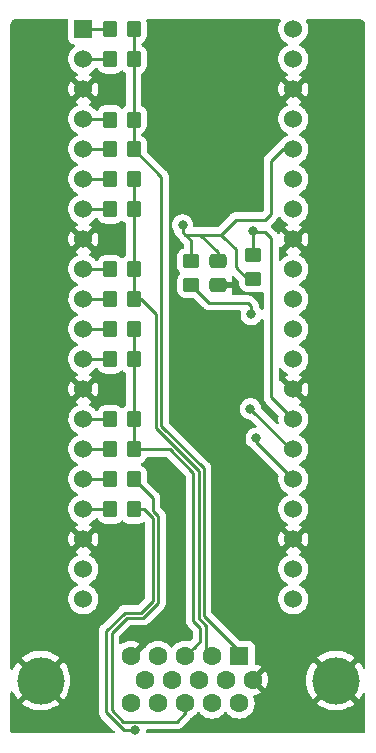
<source format=gbr>
%TF.GenerationSoftware,KiCad,Pcbnew,(5.99.0-8075-g8416c1fc37)*%
%TF.CreationDate,2021-06-27T17:30:08+01:00*%
%TF.ProjectId,picovga,7069636f-7667-4612-9e6b-696361645f70,rev?*%
%TF.SameCoordinates,Original*%
%TF.FileFunction,Copper,L1,Top*%
%TF.FilePolarity,Positive*%
%FSLAX46Y46*%
G04 Gerber Fmt 4.6, Leading zero omitted, Abs format (unit mm)*
G04 Created by KiCad (PCBNEW (5.99.0-8075-g8416c1fc37)) date 2021-06-27 17:30:08*
%MOMM*%
%LPD*%
G01*
G04 APERTURE LIST*
G04 Aperture macros list*
%AMRoundRect*
0 Rectangle with rounded corners*
0 $1 Rounding radius*
0 $2 $3 $4 $5 $6 $7 $8 $9 X,Y pos of 4 corners*
0 Add a 4 corners polygon primitive as box body*
4,1,4,$2,$3,$4,$5,$6,$7,$8,$9,$2,$3,0*
0 Add four circle primitives for the rounded corners*
1,1,$1+$1,$2,$3,0*
1,1,$1+$1,$4,$5,0*
1,1,$1+$1,$6,$7,0*
1,1,$1+$1,$8,$9,0*
0 Add four rect primitives between the rounded corners*
20,1,$1+$1,$2,$3,$4,$5,0*
20,1,$1+$1,$4,$5,$6,$7,0*
20,1,$1+$1,$6,$7,$8,$9,0*
20,1,$1+$1,$8,$9,$2,$3,0*%
G04 Aperture macros list end*
%TA.AperFunction,ComponentPad*%
%ADD10R,1.524000X1.524000*%
%TD*%
%TA.AperFunction,ComponentPad*%
%ADD11C,1.524000*%
%TD*%
%TA.AperFunction,SMDPad,CuDef*%
%ADD12RoundRect,0.250000X-0.350000X-0.450000X0.350000X-0.450000X0.350000X0.450000X-0.350000X0.450000X0*%
%TD*%
%TA.AperFunction,SMDPad,CuDef*%
%ADD13RoundRect,0.250000X0.350000X0.450000X-0.350000X0.450000X-0.350000X-0.450000X0.350000X-0.450000X0*%
%TD*%
%TA.AperFunction,SMDPad,CuDef*%
%ADD14RoundRect,0.250000X-0.475000X0.337500X-0.475000X-0.337500X0.475000X-0.337500X0.475000X0.337500X0*%
%TD*%
%TA.AperFunction,SMDPad,CuDef*%
%ADD15RoundRect,0.250000X-0.450000X0.350000X-0.450000X-0.350000X0.450000X-0.350000X0.450000X0.350000X0*%
%TD*%
%TA.AperFunction,ComponentPad*%
%ADD16C,4.000000*%
%TD*%
%TA.AperFunction,ComponentPad*%
%ADD17R,1.600000X1.600000*%
%TD*%
%TA.AperFunction,ComponentPad*%
%ADD18C,1.600000*%
%TD*%
%TA.AperFunction,SMDPad,CuDef*%
%ADD19RoundRect,0.250000X0.450000X-0.350000X0.450000X0.350000X-0.450000X0.350000X-0.450000X-0.350000X0*%
%TD*%
%TA.AperFunction,ViaPad*%
%ADD20C,0.800000*%
%TD*%
%TA.AperFunction,Conductor*%
%ADD21C,0.250000*%
%TD*%
G04 APERTURE END LIST*
D10*
%TO.P,U0,1,GP0*%
%TO.N,R0*%
X160110000Y-62870000D03*
D11*
%TO.P,U0,2,GP1*%
%TO.N,R1*%
X160110000Y-65410000D03*
%TO.P,U0,3,GND*%
%TO.N,GND*%
X160110000Y-67950000D03*
%TO.P,U0,4,GP2*%
%TO.N,R2*%
X160110000Y-70490000D03*
%TO.P,U0,5,GP3*%
%TO.N,R3*%
X160110000Y-73030000D03*
%TO.P,U0,6,GP4*%
%TO.N,G0*%
X160110000Y-75570000D03*
%TO.P,U0,7,GP5*%
%TO.N,G1*%
X160110000Y-78110000D03*
%TO.P,U0,8,GND*%
%TO.N,GND*%
X160110000Y-80650000D03*
%TO.P,U0,9,GP6*%
%TO.N,G2*%
X160110000Y-83190000D03*
%TO.P,U0,10,GP7*%
%TO.N,G3*%
X160110000Y-85730000D03*
%TO.P,U0,11,GP8*%
%TO.N,B0*%
X160110000Y-88270000D03*
%TO.P,U0,12,GP9*%
%TO.N,B1*%
X160110000Y-90810000D03*
%TO.P,U0,13,GND*%
%TO.N,GND*%
X160110000Y-93350000D03*
%TO.P,U0,14,GP10*%
%TO.N,B2*%
X160110000Y-95890000D03*
%TO.P,U0,15,GP11*%
%TO.N,B3*%
X160110000Y-98430000D03*
%TO.P,U0,16,GP12*%
%TO.N,Net-(R13-Pad2)*%
X160110000Y-100970000D03*
%TO.P,U0,17,GP13*%
%TO.N,Net-(R14-Pad1)*%
X160110000Y-103510000D03*
%TO.P,U0,18,GND*%
%TO.N,GND*%
X160110000Y-106050000D03*
%TO.P,U0,19,GP14*%
%TO.N,no_connect_32*%
X160110000Y-108590000D03*
%TO.P,U0,20,GP15*%
%TO.N,no_connect_33*%
X160110000Y-111130000D03*
%TO.P,U0,21,GP16*%
%TO.N,no_connect_34*%
X177890000Y-111130000D03*
%TO.P,U0,22,GP17*%
%TO.N,GP17*%
X177890000Y-108590000D03*
%TO.P,U0,23,GND*%
%TO.N,GND*%
X177890000Y-106050000D03*
%TO.P,U0,24,GP18*%
%TO.N,GP18*%
X177890000Y-103510000D03*
%TO.P,U0,25,GP19*%
%TO.N,GP19*%
X177890000Y-100970000D03*
%TO.P,U0,26,GP20*%
%TO.N,GP20*%
X177890000Y-98430000D03*
%TO.P,U0,27,GP21*%
%TO.N,GP21*%
X177890000Y-95890000D03*
%TO.P,U0,28,GND*%
%TO.N,GND*%
X177890000Y-93350000D03*
%TO.P,U0,29,GP22*%
%TO.N,GP22*%
X177890000Y-90810000D03*
%TO.P,U0,30,RUN*%
%TO.N,no_connect_35*%
X177890000Y-88270000D03*
%TO.P,U0,31,GP26*%
%TO.N,no_connect_36*%
X177890000Y-85730000D03*
%TO.P,U0,32,GP27*%
%TO.N,no_connect_37*%
X177890000Y-83190000D03*
%TO.P,U0,33,GND*%
%TO.N,GND*%
X177890000Y-80650000D03*
%TO.P,U0,34,GP28*%
%TO.N,no_connect_38*%
X177890000Y-78110000D03*
%TO.P,U0,35,ADC_VREF*%
%TO.N,no_connect_39*%
X177890000Y-75570000D03*
%TO.P,U0,36,3V3*%
%TO.N,+3V3*%
X177890000Y-73030000D03*
%TO.P,U0,37,3V3_EN*%
%TO.N,no_connect_40*%
X177890000Y-70490000D03*
%TO.P,U0,38,GND*%
%TO.N,GND*%
X177890000Y-67950000D03*
%TO.P,U0,39,VSYS*%
%TO.N,no_connect_41*%
X177890000Y-65410000D03*
%TO.P,U0,40,VBUS*%
%TO.N,no_connect_42*%
X177890000Y-62870000D03*
%TD*%
D12*
%TO.P,R12,1*%
%TO.N,B3*%
X162380343Y-98426662D03*
%TO.P,R12,2*%
%TO.N,VGA_B*%
X164380343Y-98426662D03*
%TD*%
D13*
%TO.P,R13,1*%
%TO.N,HSYNC*%
X164383744Y-100964363D03*
%TO.P,R13,2*%
%TO.N,Net-(R13-Pad2)*%
X162383744Y-100964363D03*
%TD*%
D12*
%TO.P,R6,1*%
%TO.N,G1*%
X162375390Y-78108531D03*
%TO.P,R6,2*%
%TO.N,VGA_G*%
X164375390Y-78108531D03*
%TD*%
%TO.P,R8,1*%
%TO.N,G3*%
X162383299Y-85730358D03*
%TO.P,R8,2*%
%TO.N,VGA_G*%
X164383299Y-85730358D03*
%TD*%
%TO.P,R4,1*%
%TO.N,R3*%
X162378463Y-73019919D03*
%TO.P,R4,2*%
%TO.N,VGA_R*%
X164378463Y-73019919D03*
%TD*%
%TO.P,R11,1*%
%TO.N,B2*%
X162379298Y-95886606D03*
%TO.P,R11,2*%
%TO.N,VGA_B*%
X164379298Y-95886606D03*
%TD*%
D14*
%TO.P,C1,1*%
%TO.N,+3V3*%
X171500000Y-82462500D03*
%TO.P,C1,2*%
%TO.N,GND*%
X171500000Y-84537500D03*
%TD*%
D15*
%TO.P,R16,1*%
%TO.N,+3V3*%
X169250000Y-82500000D03*
%TO.P,R16,2*%
%TO.N,GP20*%
X169250000Y-84500000D03*
%TD*%
D16*
%TO.P,J1,0*%
%TO.N,GND*%
X156485000Y-118010000D03*
X181485000Y-118010000D03*
D17*
%TO.P,J1,1*%
%TO.N,VGA_R*%
X173300000Y-115960000D03*
D18*
%TO.P,J1,2*%
%TO.N,VGA_G*%
X171010000Y-115960000D03*
%TO.P,J1,3*%
%TO.N,VGA_B*%
X168720000Y-115960000D03*
%TO.P,J1,4*%
%TO.N,no_connect_31*%
X166430000Y-115960000D03*
%TO.P,J1,5*%
%TO.N,GND*%
X164140000Y-115960000D03*
%TO.P,J1,6*%
X174445000Y-117940000D03*
%TO.P,J1,7*%
X172155000Y-117940000D03*
%TO.P,J1,8*%
X169865000Y-117940000D03*
%TO.P,J1,9*%
X167575000Y-117940000D03*
%TO.P,J1,10*%
X165285000Y-117940000D03*
%TO.P,J1,11*%
%TO.N,no_connect_28*%
X173300000Y-119920000D03*
%TO.P,J1,12*%
%TO.N,no_connect_29*%
X171010000Y-119920000D03*
%TO.P,J1,13*%
%TO.N,HSYNC*%
X168720000Y-119920000D03*
%TO.P,J1,14*%
%TO.N,VSYNC*%
X166430000Y-119920000D03*
%TO.P,J1,15*%
%TO.N,no_connect_30*%
X164140000Y-119920000D03*
%TD*%
D12*
%TO.P,R2,1*%
%TO.N,R1*%
X162382505Y-65410218D03*
%TO.P,R2,2*%
%TO.N,VGA_R*%
X164382505Y-65410218D03*
%TD*%
%TO.P,R14,1*%
%TO.N,Net-(R14-Pad1)*%
X162390090Y-103521542D03*
%TO.P,R14,2*%
%TO.N,VSYNC*%
X164390090Y-103521542D03*
%TD*%
%TO.P,R3,1*%
%TO.N,R2*%
X162382505Y-70515877D03*
%TO.P,R3,2*%
%TO.N,VGA_R*%
X164382505Y-70515877D03*
%TD*%
%TO.P,R10,1*%
%TO.N,B1*%
X162381824Y-90808651D03*
%TO.P,R10,2*%
%TO.N,VGA_B*%
X164381824Y-90808651D03*
%TD*%
%TO.P,R1,1*%
%TO.N,R0*%
X162382505Y-62880196D03*
%TO.P,R1,2*%
%TO.N,VGA_R*%
X164382505Y-62880196D03*
%TD*%
%TO.P,R5,1*%
%TO.N,G0*%
X162386041Y-75569627D03*
%TO.P,R5,2*%
%TO.N,VGA_G*%
X164386041Y-75569627D03*
%TD*%
%TO.P,R7,1*%
%TO.N,G2*%
X162379871Y-83198224D03*
%TO.P,R7,2*%
%TO.N,VGA_G*%
X164379871Y-83198224D03*
%TD*%
%TO.P,R9,1*%
%TO.N,B0*%
X162380037Y-88273194D03*
%TO.P,R9,2*%
%TO.N,VGA_B*%
X164380037Y-88273194D03*
%TD*%
D19*
%TO.P,R15,1*%
%TO.N,+3V3*%
X174500000Y-84000000D03*
%TO.P,R15,2*%
%TO.N,GP21*%
X174500000Y-82000000D03*
%TD*%
D20*
%TO.N,VSYNC*%
X164500000Y-122225000D03*
%TO.N,GND*%
X171500000Y-87250000D03*
%TO.N,+3V3*%
X168500000Y-79450000D03*
%TO.N,GP19*%
X174750000Y-97500000D03*
%TO.N,GP21*%
X174500000Y-79925000D03*
%TO.N,GP20*%
X174250000Y-95000000D03*
X174324980Y-87000000D03*
%TD*%
D21*
%TO.N,+3V3*%
X176000000Y-78500000D02*
X176000000Y-74000000D01*
X175500000Y-79000000D02*
X176000000Y-78500000D01*
X171750000Y-80250000D02*
X173000000Y-79000000D01*
X173000000Y-79000000D02*
X175500000Y-79000000D01*
X176000000Y-74000000D02*
X176970000Y-73030000D01*
X176970000Y-73030000D02*
X177890000Y-73030000D01*
%TO.N,VGA_B*%
X164380343Y-98426662D02*
X167426662Y-98426662D01*
X167426662Y-98426662D02*
X169419999Y-100419999D01*
X169419999Y-100419999D02*
X169420002Y-112942850D01*
X169420002Y-112942850D02*
X170000000Y-113522848D01*
X170000000Y-113522848D02*
X170000000Y-114680000D01*
X170000000Y-114680000D02*
X169546788Y-115133212D01*
X169546788Y-115133212D02*
X168720000Y-115960000D01*
%TO.N,VGA_G*%
X164383299Y-85730358D02*
X164980358Y-85730358D01*
X164980358Y-85730358D02*
X166250000Y-87000000D01*
X166250000Y-87000000D02*
X166250000Y-96613576D01*
X166250000Y-96613576D02*
X169870019Y-100233595D01*
X169870019Y-100233595D02*
X169870021Y-112756445D01*
X169870021Y-112756445D02*
X170500000Y-113386424D01*
X170500000Y-113386424D02*
X170500000Y-115450000D01*
X170500000Y-115450000D02*
X171010000Y-115960000D01*
%TO.N,VGA_R*%
X170320040Y-112570040D02*
X173300000Y-115550000D01*
X173300000Y-115550000D02*
X173300000Y-115960000D01*
%TO.N,HSYNC*%
X164383744Y-100964363D02*
X166000000Y-102580619D01*
X166000000Y-102580619D02*
X166000000Y-103613576D01*
X166000000Y-103613576D02*
X166450020Y-104063596D01*
X166450020Y-104063596D02*
X166450019Y-111436405D01*
X166450019Y-111436405D02*
X165186404Y-112700020D01*
X163777132Y-112700020D02*
X162500000Y-113977152D01*
X165186404Y-112700020D02*
X163777132Y-112700020D01*
X162500000Y-113977152D02*
X162500001Y-120500001D01*
X162500001Y-120500001D02*
X163500000Y-121500000D01*
X163500000Y-121500000D02*
X168000000Y-121500000D01*
X168720000Y-120780000D02*
X168720000Y-119920000D01*
X168000000Y-121500000D02*
X168720000Y-120780000D01*
%TO.N,VSYNC*%
X164390090Y-103521542D02*
X165271542Y-103521542D01*
X165271542Y-103521542D02*
X166000000Y-104250000D01*
X165000000Y-112250000D02*
X163590728Y-112250000D01*
X166000000Y-104250000D02*
X166000000Y-111250000D01*
X166000000Y-111250000D02*
X165000000Y-112250000D01*
X163590728Y-112250000D02*
X162049980Y-113790748D01*
X162049980Y-113790748D02*
X162049981Y-120686405D01*
X162049981Y-120686405D02*
X163588576Y-122225000D01*
X163588576Y-122225000D02*
X163725000Y-122225000D01*
X163725000Y-122225000D02*
X164500000Y-122225000D01*
%TO.N,Net-(R15-Pad1)*%
X171500000Y-81750000D02*
X171500000Y-82462500D01*
X168750000Y-80250000D02*
X170000000Y-80250000D01*
X168500000Y-80000000D02*
X168750000Y-80250000D01*
X170000000Y-80250000D02*
X171500000Y-81750000D01*
X172000000Y-80500000D02*
X172500000Y-81000000D01*
X170000000Y-80250000D02*
X171750000Y-80250000D01*
X174000000Y-84000000D02*
X174500000Y-84000000D01*
X169250000Y-80750000D02*
X169250000Y-82500000D01*
X173000000Y-83000000D02*
X174000000Y-84000000D01*
X168750000Y-80250000D02*
X169250000Y-80750000D01*
X168500000Y-79450000D02*
X168500000Y-80000000D01*
X171750000Y-80250000D02*
X172000000Y-80500000D01*
X173000000Y-81500000D02*
X173000000Y-83000000D01*
X172000000Y-80500000D02*
X173000000Y-81500000D01*
%TO.N,GP19*%
X174750000Y-97500000D02*
X174750000Y-97830000D01*
X174750000Y-97830000D02*
X177890000Y-100970000D01*
%TO.N,VGA_B*%
X164379298Y-95886606D02*
X164379298Y-98425617D01*
X164381824Y-95884080D02*
X164379298Y-95886606D01*
X164380037Y-88273194D02*
X164380037Y-90806864D01*
X164381824Y-90808651D02*
X164381824Y-95884080D01*
X164380037Y-90806864D02*
X164381824Y-90808651D01*
X164379298Y-98425617D02*
X164380343Y-98426662D01*
%TO.N,VGA_G*%
X164375390Y-78108531D02*
X164375390Y-83193743D01*
X164379871Y-83198224D02*
X164379871Y-85726930D01*
X164386041Y-75569627D02*
X164386041Y-78097880D01*
X164379871Y-85726930D02*
X164383299Y-85730358D01*
X164375390Y-83193743D02*
X164379871Y-83198224D01*
X164386041Y-78097880D02*
X164375390Y-78108531D01*
%TO.N,VGA_R*%
X164382505Y-62880196D02*
X164382505Y-65410218D01*
X170320040Y-112570040D02*
X170320039Y-100047191D01*
X164378463Y-73019919D02*
X164378463Y-70519919D01*
X170320039Y-100047191D02*
X166700020Y-96427172D01*
X164378463Y-70519919D02*
X164382505Y-70515877D01*
X164382505Y-70515877D02*
X164382505Y-65410218D01*
X166700020Y-96427172D02*
X166700020Y-75341476D01*
X166700020Y-75341476D02*
X164378463Y-73019919D01*
%TO.N,R0*%
X160110000Y-62870000D02*
X162372309Y-62870000D01*
X162372309Y-62870000D02*
X162382505Y-62880196D01*
%TO.N,R1*%
X162382287Y-65410000D02*
X162382505Y-65410218D01*
X160110000Y-65410000D02*
X162382287Y-65410000D01*
%TO.N,R2*%
X160110000Y-70490000D02*
X162356628Y-70490000D01*
X162356628Y-70490000D02*
X162382505Y-70515877D01*
%TO.N,R3*%
X162368382Y-73030000D02*
X162378463Y-73019919D01*
X160110000Y-73030000D02*
X162368382Y-73030000D01*
%TO.N,G0*%
X160110000Y-75570000D02*
X162385668Y-75570000D01*
X162385668Y-75570000D02*
X162386041Y-75569627D01*
%TO.N,G1*%
X162373921Y-78110000D02*
X162375390Y-78108531D01*
X160110000Y-78110000D02*
X162373921Y-78110000D01*
%TO.N,G2*%
X160110000Y-83190000D02*
X162371647Y-83190000D01*
X162371647Y-83190000D02*
X162379871Y-83198224D01*
%TO.N,G3*%
X160110000Y-85730000D02*
X162382941Y-85730000D01*
X162382941Y-85730000D02*
X162383299Y-85730358D01*
%TO.N,B0*%
X162376843Y-88270000D02*
X162380037Y-88273194D01*
X160110000Y-88270000D02*
X162376843Y-88270000D01*
%TO.N,B1*%
X162380475Y-90810000D02*
X162381824Y-90808651D01*
X160110000Y-90810000D02*
X162380475Y-90810000D01*
%TO.N,B2*%
X160110000Y-95890000D02*
X162375904Y-95890000D01*
X162375904Y-95890000D02*
X162379298Y-95886606D01*
%TO.N,B3*%
X160110000Y-98430000D02*
X162377005Y-98430000D01*
X162377005Y-98430000D02*
X162380343Y-98426662D01*
%TO.N,Net-(R13-Pad2)*%
X160110000Y-100970000D02*
X162378107Y-100970000D01*
X162378107Y-100970000D02*
X162383744Y-100964363D01*
%TO.N,Net-(R14-Pad1)*%
X160110000Y-103510000D02*
X162378548Y-103510000D01*
X162378548Y-103510000D02*
X162390090Y-103521542D01*
%TO.N,GP21*%
X175500000Y-80000000D02*
X176000000Y-80500000D01*
X174500000Y-79925000D02*
X174575000Y-80000000D01*
X174575000Y-80000000D02*
X175500000Y-80000000D01*
X174500000Y-79925000D02*
X174500000Y-82000000D01*
X176000000Y-94000000D02*
X177890000Y-95890000D01*
X176000000Y-80500000D02*
X176000000Y-94000000D01*
%TO.N,GP20*%
X174025000Y-86025000D02*
X174324980Y-86324980D01*
X174250000Y-95000000D02*
X177680000Y-98430000D01*
X174324980Y-86324980D02*
X174324980Y-87000000D01*
X177680000Y-98430000D02*
X177890000Y-98430000D01*
X169250000Y-84500000D02*
X170775000Y-86025000D01*
X170775000Y-86025000D02*
X174025000Y-86025000D01*
%TD*%
%TA.AperFunction,Conductor*%
%TO.N,GND*%
G36*
X172779128Y-61999450D02*
G01*
X176706727Y-62002582D01*
X176774832Y-62022638D01*
X176821282Y-62076331D01*
X176831330Y-62146613D01*
X176813366Y-62195535D01*
X176753521Y-62290935D01*
X176668939Y-62501340D01*
X176622953Y-62723398D01*
X176617017Y-62950089D01*
X176651318Y-63174249D01*
X176724773Y-63388793D01*
X176835059Y-63586937D01*
X176838612Y-63591277D01*
X176838614Y-63591281D01*
X176937063Y-63711562D01*
X176978690Y-63762421D01*
X176982953Y-63766062D01*
X176982958Y-63766067D01*
X177108750Y-63873503D01*
X177151127Y-63909696D01*
X177197031Y-63936520D01*
X177340473Y-64020340D01*
X177346919Y-64024107D01*
X177352196Y-64026038D01*
X177355983Y-64027820D01*
X177409104Y-64074923D01*
X177428327Y-64143268D01*
X177407548Y-64211156D01*
X177360125Y-64253795D01*
X177289943Y-64290019D01*
X177206553Y-64333060D01*
X177026645Y-64471108D01*
X177022872Y-64475254D01*
X177022867Y-64475259D01*
X176934244Y-64572655D01*
X176874026Y-64638834D01*
X176871043Y-64643590D01*
X176871041Y-64643592D01*
X176778041Y-64791847D01*
X176753521Y-64830935D01*
X176668939Y-65041340D01*
X176622953Y-65263398D01*
X176617017Y-65490089D01*
X176651318Y-65714249D01*
X176724773Y-65928793D01*
X176835059Y-66126937D01*
X176838612Y-66131277D01*
X176838614Y-66131281D01*
X176896564Y-66202082D01*
X176978690Y-66302421D01*
X176982953Y-66306062D01*
X176982958Y-66306067D01*
X177063362Y-66374738D01*
X177151127Y-66449696D01*
X177194863Y-66475253D01*
X177340466Y-66560336D01*
X177346919Y-66564107D01*
X177352185Y-66566034D01*
X177356554Y-66568090D01*
X177409674Y-66615194D01*
X177428895Y-66683539D01*
X177408114Y-66751427D01*
X177360693Y-66794063D01*
X177211803Y-66870910D01*
X177202372Y-66876895D01*
X177201883Y-66877271D01*
X177193418Y-66888863D01*
X177200050Y-66900839D01*
X177877189Y-67577979D01*
X177891132Y-67585592D01*
X177892966Y-67585461D01*
X177899580Y-67581210D01*
X178577460Y-66903329D01*
X178583682Y-66891935D01*
X178573870Y-66879502D01*
X178508892Y-66835838D01*
X178499098Y-66830454D01*
X178423739Y-66797373D01*
X178369404Y-66751677D01*
X178348399Y-66683859D01*
X178367394Y-66615450D01*
X178420358Y-66568171D01*
X178429828Y-66564142D01*
X178445137Y-66558357D01*
X178467270Y-66545111D01*
X178598548Y-66466542D01*
X178639720Y-66441901D01*
X178643940Y-66438219D01*
X178643945Y-66438216D01*
X178806375Y-66296519D01*
X178810605Y-66292829D01*
X178883307Y-66202082D01*
X178948885Y-66120228D01*
X178948888Y-66120223D01*
X178952391Y-66115851D01*
X179060596Y-65916562D01*
X179131800Y-65701262D01*
X179163752Y-65476755D01*
X179165500Y-65410000D01*
X179145341Y-65184128D01*
X179106279Y-65041340D01*
X179086985Y-64970812D01*
X179086984Y-64970808D01*
X179085503Y-64965396D01*
X178987876Y-64760718D01*
X178855547Y-64576562D01*
X178692698Y-64418750D01*
X178596182Y-64353894D01*
X178509130Y-64295397D01*
X178509124Y-64295394D01*
X178504477Y-64292271D01*
X178424404Y-64257121D01*
X178370070Y-64211427D01*
X178349065Y-64143608D01*
X178368059Y-64075200D01*
X178421023Y-64027920D01*
X178430513Y-64023883D01*
X178439890Y-64020340D01*
X178439893Y-64020338D01*
X178445137Y-64018357D01*
X178450598Y-64015089D01*
X178581876Y-63936520D01*
X178639720Y-63901901D01*
X178643940Y-63898219D01*
X178643945Y-63898216D01*
X178806375Y-63756519D01*
X178810605Y-63752829D01*
X178900220Y-63640971D01*
X178948885Y-63580228D01*
X178948888Y-63580223D01*
X178952391Y-63575851D01*
X179060596Y-63376562D01*
X179131800Y-63161262D01*
X179163752Y-62936755D01*
X179165500Y-62870000D01*
X179145341Y-62644128D01*
X179105794Y-62499567D01*
X179086985Y-62430812D01*
X179086984Y-62430808D01*
X179085503Y-62425396D01*
X178987876Y-62220718D01*
X178975863Y-62204000D01*
X178952355Y-62137008D01*
X178968796Y-62067942D01*
X179019968Y-62018729D01*
X179078283Y-62004474D01*
X183054010Y-62007644D01*
X183416206Y-62007933D01*
X183438425Y-62009927D01*
X183449675Y-62011952D01*
X183506386Y-62013295D01*
X183530828Y-62013874D01*
X183552426Y-62016260D01*
X183629200Y-62031531D01*
X183652836Y-62038701D01*
X183718113Y-62065739D01*
X183739898Y-62077383D01*
X183798649Y-62116639D01*
X183817742Y-62132309D01*
X183867691Y-62182258D01*
X183883360Y-62201350D01*
X183922618Y-62260104D01*
X183934260Y-62281885D01*
X183961299Y-62347165D01*
X183968469Y-62370800D01*
X183983424Y-62445981D01*
X183983740Y-62447572D01*
X183986126Y-62469170D01*
X183987384Y-62522269D01*
X183987971Y-62547048D01*
X183988710Y-62551460D01*
X183988711Y-62551472D01*
X183990269Y-62560776D01*
X183992000Y-62581587D01*
X183992000Y-116883483D01*
X183971998Y-116951604D01*
X183918342Y-116998097D01*
X183848068Y-117008201D01*
X183783488Y-116978707D01*
X183751992Y-116937131D01*
X183688846Y-116802939D01*
X183685035Y-116796006D01*
X183520186Y-116536246D01*
X183515532Y-116529841D01*
X183440533Y-116439183D01*
X183428015Y-116430728D01*
X183417276Y-116436935D01*
X181857020Y-117997190D01*
X181849408Y-118011131D01*
X181849539Y-118012966D01*
X181853790Y-118019580D01*
X183416174Y-119581963D01*
X183429436Y-119589205D01*
X183439540Y-119582017D01*
X183515532Y-119490159D01*
X183520186Y-119483754D01*
X183685035Y-119223994D01*
X183688846Y-119217061D01*
X183751992Y-119082869D01*
X183799094Y-119029748D01*
X183867439Y-119010525D01*
X183935327Y-119031304D01*
X183981204Y-119085487D01*
X183992000Y-119136517D01*
X183992000Y-122365527D01*
X183971998Y-122433648D01*
X183918342Y-122480141D01*
X183865906Y-122491527D01*
X181632235Y-122489860D01*
X165526768Y-122477842D01*
X165458663Y-122457789D01*
X165412210Y-122404099D01*
X165401553Y-122338672D01*
X165411258Y-122246330D01*
X165438271Y-122180673D01*
X165496492Y-122140043D01*
X165536568Y-122133500D01*
X167921617Y-122133500D01*
X167932521Y-122134014D01*
X167939912Y-122135666D01*
X167947837Y-122135417D01*
X167947838Y-122135417D01*
X168006853Y-122133562D01*
X168010811Y-122133500D01*
X168039578Y-122133500D01*
X168043502Y-122133004D01*
X168043504Y-122133004D01*
X168043852Y-122132960D01*
X168055698Y-122132027D01*
X168099883Y-122130638D01*
X168119339Y-122124986D01*
X168138679Y-122120981D01*
X168158788Y-122118440D01*
X168166158Y-122115522D01*
X168166162Y-122115521D01*
X168199900Y-122102163D01*
X168211130Y-122098318D01*
X168245968Y-122088197D01*
X168245969Y-122088197D01*
X168253578Y-122085986D01*
X168271012Y-122075676D01*
X168288764Y-122066980D01*
X168300225Y-122062442D01*
X168300224Y-122062442D01*
X168307600Y-122059522D01*
X168343375Y-122033530D01*
X168353294Y-122027014D01*
X168391341Y-122004513D01*
X168391759Y-122004145D01*
X168405842Y-121990062D01*
X168420876Y-121977221D01*
X168430669Y-121970106D01*
X168437083Y-121965446D01*
X168465030Y-121931664D01*
X168473019Y-121922885D01*
X169112525Y-121283379D01*
X169120604Y-121276028D01*
X169126994Y-121271973D01*
X169172845Y-121223147D01*
X169175600Y-121220305D01*
X169195938Y-121199967D01*
X169198588Y-121196551D01*
X169206298Y-121187523D01*
X169231130Y-121161080D01*
X169236557Y-121155301D01*
X169240668Y-121147823D01*
X169241007Y-121147486D01*
X169245037Y-121141939D01*
X169245931Y-121142589D01*
X169291007Y-121097762D01*
X169297821Y-121094329D01*
X169344319Y-121072647D01*
X169371763Y-121059850D01*
X169371768Y-121059847D01*
X169376750Y-121057524D01*
X169409519Y-121034579D01*
X169559791Y-120929358D01*
X169559794Y-120929356D01*
X169564302Y-120926199D01*
X169726199Y-120764302D01*
X169750288Y-120729900D01*
X169761787Y-120713477D01*
X169817244Y-120669149D01*
X169887863Y-120661840D01*
X169951224Y-120693871D01*
X169968213Y-120713477D01*
X169979713Y-120729900D01*
X170003801Y-120764302D01*
X170165698Y-120926199D01*
X170170206Y-120929356D01*
X170170209Y-120929358D01*
X170320481Y-121034579D01*
X170353250Y-121057524D01*
X170358232Y-121059847D01*
X170358237Y-121059850D01*
X170546174Y-121147486D01*
X170560757Y-121154286D01*
X170566065Y-121155708D01*
X170566067Y-121155709D01*
X170776598Y-121212121D01*
X170776600Y-121212121D01*
X170781913Y-121213545D01*
X171010000Y-121233500D01*
X171238087Y-121213545D01*
X171243400Y-121212121D01*
X171243402Y-121212121D01*
X171453933Y-121155709D01*
X171453935Y-121155708D01*
X171459243Y-121154286D01*
X171473826Y-121147486D01*
X171661763Y-121059850D01*
X171661768Y-121059847D01*
X171666750Y-121057524D01*
X171699519Y-121034579D01*
X171849791Y-120929358D01*
X171849794Y-120929356D01*
X171854302Y-120926199D01*
X172016199Y-120764302D01*
X172040288Y-120729900D01*
X172051787Y-120713477D01*
X172107244Y-120669149D01*
X172177863Y-120661840D01*
X172241224Y-120693871D01*
X172258213Y-120713477D01*
X172269713Y-120729900D01*
X172293801Y-120764302D01*
X172455698Y-120926199D01*
X172460206Y-120929356D01*
X172460209Y-120929358D01*
X172610481Y-121034579D01*
X172643250Y-121057524D01*
X172648232Y-121059847D01*
X172648237Y-121059850D01*
X172836174Y-121147486D01*
X172850757Y-121154286D01*
X172856065Y-121155708D01*
X172856067Y-121155709D01*
X173066598Y-121212121D01*
X173066600Y-121212121D01*
X173071913Y-121213545D01*
X173300000Y-121233500D01*
X173528087Y-121213545D01*
X173533400Y-121212121D01*
X173533402Y-121212121D01*
X173743933Y-121155709D01*
X173743935Y-121155708D01*
X173749243Y-121154286D01*
X173763826Y-121147486D01*
X173951763Y-121059850D01*
X173951768Y-121059847D01*
X173956750Y-121057524D01*
X173989519Y-121034579D01*
X174139791Y-120929358D01*
X174139794Y-120929356D01*
X174144302Y-120926199D01*
X174306199Y-120764302D01*
X174330288Y-120729900D01*
X174434367Y-120581259D01*
X174434368Y-120581257D01*
X174437524Y-120576750D01*
X174439847Y-120571768D01*
X174439850Y-120571763D01*
X174531963Y-120374225D01*
X174531964Y-120374224D01*
X174534286Y-120369243D01*
X174557683Y-120281927D01*
X174592121Y-120153402D01*
X174592121Y-120153400D01*
X174593545Y-120148087D01*
X174610349Y-119956016D01*
X179903692Y-119956016D01*
X179912521Y-119967636D01*
X180135259Y-120129465D01*
X180141939Y-120133705D01*
X180411555Y-120281927D01*
X180418690Y-120285284D01*
X180704757Y-120398547D01*
X180712282Y-120400992D01*
X181010272Y-120477502D01*
X181018043Y-120478985D01*
X181323276Y-120517544D01*
X181331166Y-120518041D01*
X181638834Y-120518041D01*
X181646724Y-120517544D01*
X181951957Y-120478985D01*
X181959728Y-120477502D01*
X182257718Y-120400992D01*
X182265243Y-120398547D01*
X182551310Y-120285284D01*
X182558445Y-120281927D01*
X182828061Y-120133705D01*
X182834741Y-120129465D01*
X183057852Y-119967366D01*
X183066275Y-119956443D01*
X183059371Y-119943582D01*
X181497810Y-118382020D01*
X181483869Y-118374408D01*
X181482034Y-118374539D01*
X181475420Y-118378790D01*
X179910305Y-119943906D01*
X179903692Y-119956016D01*
X174610349Y-119956016D01*
X174613500Y-119920000D01*
X174593545Y-119691913D01*
X174534286Y-119470757D01*
X174531961Y-119465770D01*
X174509274Y-119417117D01*
X174498613Y-119346926D01*
X174527593Y-119282113D01*
X174587013Y-119243257D01*
X174612488Y-119238347D01*
X174667523Y-119233532D01*
X174678310Y-119231630D01*
X174888761Y-119175239D01*
X174899057Y-119171491D01*
X175096513Y-119079417D01*
X175106008Y-119073934D01*
X175158050Y-119037494D01*
X175166426Y-119027015D01*
X175159358Y-119013569D01*
X174174885Y-118029095D01*
X174140859Y-117966783D01*
X174142693Y-117941132D01*
X174809408Y-117941132D01*
X174809539Y-117942966D01*
X174813790Y-117949580D01*
X175519294Y-118655083D01*
X175531064Y-118661510D01*
X175543078Y-118652216D01*
X175578934Y-118601008D01*
X175584417Y-118591513D01*
X175676491Y-118394057D01*
X175680239Y-118383761D01*
X175736630Y-118173310D01*
X175738532Y-118162523D01*
X175752222Y-118006042D01*
X178972249Y-118006042D01*
X178972249Y-118013958D01*
X178991567Y-118320999D01*
X178992560Y-118328862D01*
X179050207Y-118631057D01*
X179052178Y-118638734D01*
X179147246Y-118931324D01*
X179150161Y-118938687D01*
X179281154Y-119217061D01*
X179284965Y-119223994D01*
X179449814Y-119483754D01*
X179454468Y-119490159D01*
X179529467Y-119580817D01*
X179541985Y-119589272D01*
X179552724Y-119583065D01*
X181112980Y-118022810D01*
X181120592Y-118008869D01*
X181120461Y-118007034D01*
X181116210Y-118000420D01*
X179553826Y-116438037D01*
X179540564Y-116430795D01*
X179530460Y-116437983D01*
X179454468Y-116529841D01*
X179449814Y-116536246D01*
X179284965Y-116796006D01*
X179281154Y-116802939D01*
X179150161Y-117081313D01*
X179147246Y-117088676D01*
X179052178Y-117381266D01*
X179050207Y-117388943D01*
X178992560Y-117691138D01*
X178991567Y-117699001D01*
X178972249Y-118006042D01*
X175752222Y-118006042D01*
X175757521Y-117945475D01*
X175757521Y-117934525D01*
X175738532Y-117717477D01*
X175736630Y-117706690D01*
X175680239Y-117496239D01*
X175676491Y-117485943D01*
X175584417Y-117288487D01*
X175578934Y-117278992D01*
X175542494Y-117226950D01*
X175532015Y-117218574D01*
X175518570Y-117225641D01*
X174817021Y-117927189D01*
X174809408Y-117941132D01*
X174142693Y-117941132D01*
X174145924Y-117895967D01*
X174174885Y-117850905D01*
X174445000Y-117580790D01*
X175160079Y-116865710D01*
X175166509Y-116853935D01*
X175157213Y-116841920D01*
X175106008Y-116806066D01*
X175096513Y-116800583D01*
X174899057Y-116708509D01*
X174888750Y-116704757D01*
X174706888Y-116656026D01*
X174646266Y-116619075D01*
X174615244Y-116555214D01*
X174613500Y-116534320D01*
X174613500Y-116063557D01*
X179903725Y-116063557D01*
X179910629Y-116076418D01*
X181472190Y-117637980D01*
X181486131Y-117645592D01*
X181487966Y-117645461D01*
X181494580Y-117641210D01*
X183059695Y-116076094D01*
X183066308Y-116063984D01*
X183057479Y-116052364D01*
X182834741Y-115890535D01*
X182828061Y-115886295D01*
X182558445Y-115738073D01*
X182551310Y-115734716D01*
X182265243Y-115621453D01*
X182257718Y-115619008D01*
X181959728Y-115542498D01*
X181951957Y-115541015D01*
X181646724Y-115502456D01*
X181638834Y-115501959D01*
X181331166Y-115501959D01*
X181323276Y-115502456D01*
X181018043Y-115541015D01*
X181010272Y-115542498D01*
X180712282Y-115619008D01*
X180704757Y-115621453D01*
X180418690Y-115734716D01*
X180411555Y-115738073D01*
X180141939Y-115886295D01*
X180135259Y-115890535D01*
X179912148Y-116052634D01*
X179903725Y-116063557D01*
X174613500Y-116063557D01*
X174613500Y-115160000D01*
X174608273Y-115086921D01*
X174567096Y-114946684D01*
X174520342Y-114873934D01*
X174492949Y-114831309D01*
X174492947Y-114831306D01*
X174488077Y-114823729D01*
X174481267Y-114817828D01*
X174384431Y-114733918D01*
X174384428Y-114733916D01*
X174377619Y-114728016D01*
X174369421Y-114724272D01*
X174252864Y-114671042D01*
X174252863Y-114671042D01*
X174244670Y-114667300D01*
X174235755Y-114666018D01*
X174235754Y-114666018D01*
X174104448Y-114647139D01*
X174104441Y-114647138D01*
X174100000Y-114646500D01*
X173344594Y-114646500D01*
X173276473Y-114626498D01*
X173255499Y-114609595D01*
X170990445Y-112344541D01*
X170956419Y-112282229D01*
X170953540Y-112255446D01*
X170953540Y-108670089D01*
X176617017Y-108670089D01*
X176651318Y-108894249D01*
X176724773Y-109108793D01*
X176835059Y-109306937D01*
X176978690Y-109482421D01*
X176982953Y-109486062D01*
X176982958Y-109486067D01*
X177132028Y-109613384D01*
X177151127Y-109629696D01*
X177260998Y-109693899D01*
X177340473Y-109740340D01*
X177346919Y-109744107D01*
X177352196Y-109746038D01*
X177355983Y-109747820D01*
X177409104Y-109794923D01*
X177428327Y-109863268D01*
X177407548Y-109931156D01*
X177360125Y-109973795D01*
X177289943Y-110010019D01*
X177206553Y-110053060D01*
X177026645Y-110191108D01*
X177022872Y-110195254D01*
X177022867Y-110195259D01*
X176934244Y-110292655D01*
X176874026Y-110358834D01*
X176753521Y-110550935D01*
X176668939Y-110761340D01*
X176622953Y-110983398D01*
X176617017Y-111210089D01*
X176651318Y-111434249D01*
X176724773Y-111648793D01*
X176835059Y-111846937D01*
X176838612Y-111851277D01*
X176838614Y-111851281D01*
X176911055Y-111939787D01*
X176978690Y-112022421D01*
X176982953Y-112026062D01*
X176982958Y-112026067D01*
X177132028Y-112153384D01*
X177151127Y-112169696D01*
X177249023Y-112226902D01*
X177342072Y-112281275D01*
X177342075Y-112281276D01*
X177346919Y-112284107D01*
X177352189Y-112286036D01*
X177352190Y-112286036D01*
X177554612Y-112360112D01*
X177554616Y-112360113D01*
X177559876Y-112362038D01*
X177565393Y-112363001D01*
X177565397Y-112363002D01*
X177748812Y-112395013D01*
X177783269Y-112401027D01*
X177788875Y-112400998D01*
X177788879Y-112400998D01*
X177892475Y-112400455D01*
X178010035Y-112399839D01*
X178015553Y-112398816D01*
X178015556Y-112398816D01*
X178227488Y-112359537D01*
X178227489Y-112359537D01*
X178233007Y-112358514D01*
X178238252Y-112356532D01*
X178238256Y-112356531D01*
X178367652Y-112307636D01*
X178445137Y-112278357D01*
X178639720Y-112161901D01*
X178643940Y-112158219D01*
X178643945Y-112158216D01*
X178806375Y-112016519D01*
X178810605Y-112012829D01*
X178882894Y-111922598D01*
X178948885Y-111840228D01*
X178948888Y-111840223D01*
X178952391Y-111835851D01*
X179060596Y-111636562D01*
X179131800Y-111421262D01*
X179163752Y-111196755D01*
X179165500Y-111130000D01*
X179145341Y-110904128D01*
X179106279Y-110761340D01*
X179086985Y-110690812D01*
X179086984Y-110690808D01*
X179085503Y-110685396D01*
X178987876Y-110480718D01*
X178855547Y-110296562D01*
X178692698Y-110138750D01*
X178565178Y-110053060D01*
X178509130Y-110015397D01*
X178509124Y-110015394D01*
X178504477Y-110012271D01*
X178424404Y-109977121D01*
X178370070Y-109931427D01*
X178349065Y-109863608D01*
X178368059Y-109795200D01*
X178421023Y-109747920D01*
X178430513Y-109743883D01*
X178439890Y-109740340D01*
X178439893Y-109740338D01*
X178445137Y-109738357D01*
X178639720Y-109621901D01*
X178643940Y-109618219D01*
X178643945Y-109618216D01*
X178806375Y-109476519D01*
X178810605Y-109472829D01*
X178821882Y-109458753D01*
X178948885Y-109300228D01*
X178948888Y-109300223D01*
X178952391Y-109295851D01*
X179060596Y-109096562D01*
X179131800Y-108881262D01*
X179163752Y-108656755D01*
X179165500Y-108590000D01*
X179145341Y-108364128D01*
X179106279Y-108221340D01*
X179086985Y-108150812D01*
X179086984Y-108150808D01*
X179085503Y-108145396D01*
X178987876Y-107940718D01*
X178855547Y-107756562D01*
X178692698Y-107598750D01*
X178565178Y-107513060D01*
X178509130Y-107475397D01*
X178509124Y-107475394D01*
X178504477Y-107472271D01*
X178499345Y-107470018D01*
X178499341Y-107470016D01*
X178423753Y-107436835D01*
X178369417Y-107391139D01*
X178348413Y-107323320D01*
X178367408Y-107254912D01*
X178420372Y-107207633D01*
X178429863Y-107203595D01*
X178439677Y-107199887D01*
X178449734Y-107195025D01*
X178575623Y-107119683D01*
X178585193Y-107109324D01*
X178581650Y-107100861D01*
X177902811Y-106422021D01*
X177888868Y-106414408D01*
X177887034Y-106414539D01*
X177880420Y-106418790D01*
X177201152Y-107098059D01*
X177194395Y-107110434D01*
X177199676Y-107117489D01*
X177342284Y-107200822D01*
X177356544Y-107207532D01*
X177409665Y-107254635D01*
X177428887Y-107322980D01*
X177408108Y-107390868D01*
X177360685Y-107433506D01*
X177289949Y-107470016D01*
X177206553Y-107513060D01*
X177026645Y-107651108D01*
X177022872Y-107655254D01*
X177022867Y-107655259D01*
X176934244Y-107752655D01*
X176874026Y-107818834D01*
X176753521Y-108010935D01*
X176668939Y-108221340D01*
X176622953Y-108443398D01*
X176617017Y-108670089D01*
X170953540Y-108670089D01*
X170953540Y-106124452D01*
X176617663Y-106124452D01*
X176618365Y-106135604D01*
X176650955Y-106348579D01*
X176653622Y-106359440D01*
X176723413Y-106563281D01*
X176727961Y-106573495D01*
X176819031Y-106737117D01*
X176829084Y-106747008D01*
X176836687Y-106744102D01*
X177517979Y-106062811D01*
X177524355Y-106051132D01*
X178254408Y-106051132D01*
X178254539Y-106052966D01*
X178258790Y-106059580D01*
X178940156Y-106740945D01*
X178952531Y-106747702D01*
X178958796Y-106743013D01*
X179057462Y-106561290D01*
X179061896Y-106551044D01*
X179129553Y-106346469D01*
X179132103Y-106335596D01*
X179162742Y-106120319D01*
X179163348Y-106113103D01*
X179164905Y-106053632D01*
X179164677Y-106046379D01*
X179145348Y-105829812D01*
X179143366Y-105818798D01*
X179086517Y-105610987D01*
X179082619Y-105600506D01*
X178989859Y-105406031D01*
X178984173Y-105396416D01*
X178960719Y-105363776D01*
X178949928Y-105355365D01*
X178936894Y-105362317D01*
X178262021Y-106037189D01*
X178254408Y-106051132D01*
X177524355Y-106051132D01*
X177525592Y-106048868D01*
X177525461Y-106047034D01*
X177521210Y-106040420D01*
X176843095Y-105362306D01*
X176830720Y-105355549D01*
X176822747Y-105361517D01*
X176756952Y-105466403D01*
X176751872Y-105476373D01*
X176671511Y-105676278D01*
X176668280Y-105686978D01*
X176624588Y-105897958D01*
X176623303Y-105909065D01*
X176617663Y-106124452D01*
X170953540Y-106124452D01*
X170953538Y-100125591D01*
X170954053Y-100114671D01*
X170955705Y-100107279D01*
X170953600Y-100040305D01*
X170953538Y-100036348D01*
X170953538Y-100007613D01*
X170952999Y-100003345D01*
X170952066Y-99991502D01*
X170950926Y-99955226D01*
X170950677Y-99947307D01*
X170945024Y-99927847D01*
X170941017Y-99908504D01*
X170938478Y-99888403D01*
X170935560Y-99881033D01*
X170935559Y-99881029D01*
X170922207Y-99847306D01*
X170918362Y-99836076D01*
X170908237Y-99801225D01*
X170908236Y-99801223D01*
X170906025Y-99793612D01*
X170895712Y-99776173D01*
X170887018Y-99758428D01*
X170879560Y-99739591D01*
X170853571Y-99703821D01*
X170847059Y-99693907D01*
X170827567Y-99660948D01*
X170824552Y-99655849D01*
X170824184Y-99655431D01*
X170810095Y-99641342D01*
X170797254Y-99626308D01*
X170790143Y-99616521D01*
X170785484Y-99610108D01*
X170751708Y-99582166D01*
X170742929Y-99574176D01*
X169149084Y-97980331D01*
X167370425Y-96201673D01*
X167336399Y-96139361D01*
X167333520Y-96112578D01*
X167333520Y-79450000D01*
X167586500Y-79450000D01*
X167606462Y-79639927D01*
X167665476Y-79821554D01*
X167760963Y-79986942D01*
X167765381Y-79991849D01*
X167765382Y-79991850D01*
X167849568Y-80085348D01*
X167876342Y-80143826D01*
X167878596Y-80143247D01*
X167880566Y-80150921D01*
X167881560Y-80158788D01*
X167884478Y-80166158D01*
X167884479Y-80166162D01*
X167897837Y-80199900D01*
X167901682Y-80211130D01*
X167914014Y-80253578D01*
X167918048Y-80260399D01*
X167924324Y-80271012D01*
X167933020Y-80288764D01*
X167940478Y-80307600D01*
X167966478Y-80343385D01*
X167972983Y-80353289D01*
X167995487Y-80391341D01*
X167995855Y-80391759D01*
X168009941Y-80405845D01*
X168022781Y-80420878D01*
X168034555Y-80437083D01*
X168040662Y-80442135D01*
X168040663Y-80442136D01*
X168068327Y-80465021D01*
X168077109Y-80473012D01*
X168245849Y-80641753D01*
X168246615Y-80642519D01*
X168253970Y-80650602D01*
X168258027Y-80656995D01*
X168263804Y-80662420D01*
X168306860Y-80702852D01*
X168309703Y-80705607D01*
X168579596Y-80975501D01*
X168613621Y-81037813D01*
X168616500Y-81064596D01*
X168616500Y-81321522D01*
X168596498Y-81389643D01*
X168542842Y-81436136D01*
X168533495Y-81439959D01*
X168458137Y-81467313D01*
X168310254Y-81564269D01*
X168188643Y-81692645D01*
X168099826Y-81845555D01*
X168048567Y-82014796D01*
X168047993Y-82021232D01*
X168047992Y-82021235D01*
X168043437Y-82072271D01*
X168041500Y-82093978D01*
X168041500Y-82892885D01*
X168056978Y-83025642D01*
X168059474Y-83032520D01*
X168059475Y-83032522D01*
X168063423Y-83043398D01*
X168117313Y-83191863D01*
X168214269Y-83339746D01*
X168219581Y-83344778D01*
X168285481Y-83407206D01*
X168321179Y-83468576D01*
X168318031Y-83539502D01*
X168290301Y-83585332D01*
X168188643Y-83692645D01*
X168099826Y-83845555D01*
X168097703Y-83852563D01*
X168097703Y-83852564D01*
X168083657Y-83898941D01*
X168048567Y-84014796D01*
X168047993Y-84021232D01*
X168047992Y-84021235D01*
X168043058Y-84076519D01*
X168041500Y-84093978D01*
X168041500Y-84892885D01*
X168056978Y-85025642D01*
X168059474Y-85032520D01*
X168059475Y-85032522D01*
X168102457Y-85150935D01*
X168117313Y-85191863D01*
X168214269Y-85339746D01*
X168342645Y-85461357D01*
X168495555Y-85550174D01*
X168502563Y-85552297D01*
X168502564Y-85552297D01*
X168563619Y-85570789D01*
X168664796Y-85601433D01*
X168671232Y-85602007D01*
X168671235Y-85602008D01*
X168741185Y-85608251D01*
X168741191Y-85608251D01*
X168743978Y-85608500D01*
X169410405Y-85608500D01*
X169478526Y-85628502D01*
X169499501Y-85645405D01*
X169888344Y-86034249D01*
X170271623Y-86417528D01*
X170278972Y-86425606D01*
X170283027Y-86431995D01*
X170288802Y-86437418D01*
X170331862Y-86477854D01*
X170334704Y-86480609D01*
X170355033Y-86500938D01*
X170358453Y-86503590D01*
X170367476Y-86511297D01*
X170399699Y-86541557D01*
X170406643Y-86545374D01*
X170406648Y-86545378D01*
X170417450Y-86551316D01*
X170433977Y-86562172D01*
X170449977Y-86574583D01*
X170457248Y-86577730D01*
X170457249Y-86577730D01*
X170490551Y-86592141D01*
X170501207Y-86597362D01*
X170539952Y-86618662D01*
X170547635Y-86620634D01*
X170547636Y-86620635D01*
X170559568Y-86623699D01*
X170578272Y-86630103D01*
X170589585Y-86634999D01*
X170589592Y-86635001D01*
X170596864Y-86638148D01*
X170604688Y-86639387D01*
X170604691Y-86639388D01*
X170640535Y-86645065D01*
X170652156Y-86647472D01*
X170689218Y-86656987D01*
X170694975Y-86658465D01*
X170695531Y-86658500D01*
X170715452Y-86658500D01*
X170735162Y-86660051D01*
X170747114Y-86661944D01*
X170747115Y-86661944D01*
X170754944Y-86663184D01*
X170762836Y-86662438D01*
X170798582Y-86659059D01*
X170810440Y-86658500D01*
X173308768Y-86658500D01*
X173376889Y-86678502D01*
X173423382Y-86732158D01*
X173433486Y-86802432D01*
X173432954Y-86805418D01*
X173431442Y-86810073D01*
X173411480Y-87000000D01*
X173412170Y-87006565D01*
X173427248Y-87150019D01*
X173431442Y-87189927D01*
X173490456Y-87371554D01*
X173585943Y-87536942D01*
X173590361Y-87541849D01*
X173590362Y-87541850D01*
X173709307Y-87673952D01*
X173713729Y-87678863D01*
X173719071Y-87682744D01*
X173719073Y-87682746D01*
X173862888Y-87787233D01*
X173868230Y-87791114D01*
X173874258Y-87793798D01*
X173874260Y-87793799D01*
X173957393Y-87830812D01*
X174042693Y-87868790D01*
X174136093Y-87888643D01*
X174223036Y-87907124D01*
X174223041Y-87907124D01*
X174229493Y-87908496D01*
X174420467Y-87908496D01*
X174426919Y-87907124D01*
X174426924Y-87907124D01*
X174513867Y-87888643D01*
X174607267Y-87868790D01*
X174692567Y-87830812D01*
X174775700Y-87793799D01*
X174775702Y-87793798D01*
X174781730Y-87791114D01*
X174787072Y-87787233D01*
X174930887Y-87682746D01*
X174930889Y-87682744D01*
X174936231Y-87678863D01*
X174940653Y-87673952D01*
X175059598Y-87541850D01*
X175059599Y-87541849D01*
X175064017Y-87536942D01*
X175131381Y-87420264D01*
X175182763Y-87371271D01*
X175252477Y-87357835D01*
X175318388Y-87384221D01*
X175359570Y-87442053D01*
X175366500Y-87483264D01*
X175366501Y-93921600D01*
X175365986Y-93932520D01*
X175364334Y-93939912D01*
X175364583Y-93947835D01*
X175366439Y-94006884D01*
X175366501Y-94010842D01*
X175366501Y-94039578D01*
X175366996Y-94043495D01*
X175367040Y-94043844D01*
X175367972Y-94055678D01*
X175369362Y-94099883D01*
X175371575Y-94107499D01*
X175371575Y-94107501D01*
X175375014Y-94119339D01*
X175379023Y-94138698D01*
X175381561Y-94158788D01*
X175384481Y-94166163D01*
X175397833Y-94199889D01*
X175401678Y-94211118D01*
X175414014Y-94253578D01*
X175418049Y-94260401D01*
X175424327Y-94271017D01*
X175433023Y-94288769D01*
X175440479Y-94307600D01*
X175453882Y-94326048D01*
X175466468Y-94343371D01*
X175472983Y-94353289D01*
X175495487Y-94391341D01*
X175495855Y-94391759D01*
X175509938Y-94405842D01*
X175522779Y-94420875D01*
X175534555Y-94437083D01*
X175568330Y-94465024D01*
X175577110Y-94473014D01*
X176613402Y-95509307D01*
X176647428Y-95571619D01*
X176647689Y-95623951D01*
X176622953Y-95743398D01*
X176622806Y-95749007D01*
X176622806Y-95749008D01*
X176621633Y-95793799D01*
X176617017Y-95970089D01*
X176617866Y-95975635D01*
X176649397Y-96181694D01*
X176639929Y-96252057D01*
X176593924Y-96306131D01*
X176525986Y-96326748D01*
X176457688Y-96307363D01*
X176435752Y-96289848D01*
X175197118Y-95051214D01*
X175163092Y-94988902D01*
X175160903Y-94975290D01*
X175144228Y-94816637D01*
X175144228Y-94816636D01*
X175143538Y-94810073D01*
X175131256Y-94772271D01*
X175086566Y-94634731D01*
X175084524Y-94628446D01*
X175076836Y-94615129D01*
X174994785Y-94473014D01*
X174989037Y-94463058D01*
X174959878Y-94430673D01*
X174865673Y-94326048D01*
X174865672Y-94326047D01*
X174861251Y-94321137D01*
X174855909Y-94317256D01*
X174855907Y-94317254D01*
X174712092Y-94212767D01*
X174712091Y-94212766D01*
X174706750Y-94208886D01*
X174700722Y-94206202D01*
X174700720Y-94206201D01*
X174538318Y-94133895D01*
X174538317Y-94133895D01*
X174532287Y-94131210D01*
X174438887Y-94111357D01*
X174351944Y-94092876D01*
X174351939Y-94092876D01*
X174345487Y-94091504D01*
X174154513Y-94091504D01*
X174148061Y-94092876D01*
X174148056Y-94092876D01*
X174061113Y-94111357D01*
X173967713Y-94131210D01*
X173961683Y-94133895D01*
X173961682Y-94133895D01*
X173799280Y-94206201D01*
X173799278Y-94206202D01*
X173793250Y-94208886D01*
X173787909Y-94212766D01*
X173787908Y-94212767D01*
X173644093Y-94317254D01*
X173644091Y-94317256D01*
X173638749Y-94321137D01*
X173634328Y-94326047D01*
X173634327Y-94326048D01*
X173540123Y-94430673D01*
X173510963Y-94463058D01*
X173505215Y-94473014D01*
X173423165Y-94615129D01*
X173415476Y-94628446D01*
X173413434Y-94634731D01*
X173368745Y-94772271D01*
X173356462Y-94810073D01*
X173355772Y-94816636D01*
X173355772Y-94816637D01*
X173344689Y-94922086D01*
X173336500Y-95000000D01*
X173337190Y-95006565D01*
X173352560Y-95152797D01*
X173356462Y-95189927D01*
X173358502Y-95196205D01*
X173358502Y-95196206D01*
X173372965Y-95240718D01*
X173415476Y-95371554D01*
X173418779Y-95377276D01*
X173418780Y-95377277D01*
X173452689Y-95436008D01*
X173510963Y-95536942D01*
X173515381Y-95541849D01*
X173515382Y-95541850D01*
X173630520Y-95669724D01*
X173638749Y-95678863D01*
X173644091Y-95682744D01*
X173644093Y-95682746D01*
X173787908Y-95787233D01*
X173793250Y-95791114D01*
X173799278Y-95793798D01*
X173799280Y-95793799D01*
X173961682Y-95866105D01*
X173967713Y-95868790D01*
X174050462Y-95886379D01*
X174148056Y-95907124D01*
X174148061Y-95907124D01*
X174154513Y-95908496D01*
X174210402Y-95908496D01*
X174278523Y-95928498D01*
X174299497Y-95945401D01*
X174731751Y-96377655D01*
X174765777Y-96439967D01*
X174760712Y-96510782D01*
X174718165Y-96567618D01*
X174657243Y-96591504D01*
X174654513Y-96591504D01*
X174648061Y-96592876D01*
X174648056Y-96592876D01*
X174586828Y-96605891D01*
X174467713Y-96631210D01*
X174461683Y-96633895D01*
X174461682Y-96633895D01*
X174299280Y-96706201D01*
X174299278Y-96706202D01*
X174293250Y-96708886D01*
X174287909Y-96712766D01*
X174287908Y-96712767D01*
X174144093Y-96817254D01*
X174144091Y-96817256D01*
X174138749Y-96821137D01*
X174134328Y-96826047D01*
X174134327Y-96826048D01*
X174045429Y-96924780D01*
X174010963Y-96963058D01*
X173965806Y-97041272D01*
X173919176Y-97122038D01*
X173915476Y-97128446D01*
X173895090Y-97191188D01*
X173860389Y-97297988D01*
X173856462Y-97310073D01*
X173855772Y-97316636D01*
X173855772Y-97316637D01*
X173847405Y-97396243D01*
X173836500Y-97500000D01*
X173837190Y-97506565D01*
X173852758Y-97654681D01*
X173856462Y-97689927D01*
X173915476Y-97871554D01*
X174010963Y-98036942D01*
X174138749Y-98178863D01*
X174144091Y-98182744D01*
X174144093Y-98182746D01*
X174266050Y-98271352D01*
X174293250Y-98291114D01*
X174299277Y-98293797D01*
X174299285Y-98293802D01*
X174311504Y-98299242D01*
X174349349Y-98325253D01*
X176613402Y-100589306D01*
X176647428Y-100651618D01*
X176647689Y-100703952D01*
X176624091Y-100817900D01*
X176624091Y-100817901D01*
X176622953Y-100823398D01*
X176617017Y-101050089D01*
X176651318Y-101274249D01*
X176724773Y-101488793D01*
X176835059Y-101686937D01*
X176838612Y-101691277D01*
X176838614Y-101691281D01*
X176932234Y-101805663D01*
X176978690Y-101862421D01*
X176982953Y-101866062D01*
X176982958Y-101866067D01*
X177132028Y-101993384D01*
X177151127Y-102009696D01*
X177260998Y-102073899D01*
X177340473Y-102120340D01*
X177346919Y-102124107D01*
X177352196Y-102126038D01*
X177355983Y-102127820D01*
X177409104Y-102174923D01*
X177428327Y-102243268D01*
X177407548Y-102311156D01*
X177360125Y-102353795D01*
X177318956Y-102375044D01*
X177206553Y-102433060D01*
X177026645Y-102571108D01*
X177022872Y-102575254D01*
X177022867Y-102575259D01*
X176926541Y-102681121D01*
X176874026Y-102738834D01*
X176871043Y-102743590D01*
X176871041Y-102743592D01*
X176826662Y-102814339D01*
X176753521Y-102930935D01*
X176668939Y-103141340D01*
X176622953Y-103363398D01*
X176617017Y-103590089D01*
X176651318Y-103814249D01*
X176724773Y-104028793D01*
X176835059Y-104226937D01*
X176838612Y-104231277D01*
X176838614Y-104231281D01*
X176946296Y-104362843D01*
X176978690Y-104402421D01*
X176982953Y-104406062D01*
X176982958Y-104406067D01*
X177132028Y-104533384D01*
X177151127Y-104549696D01*
X177229642Y-104595576D01*
X177340466Y-104660336D01*
X177346919Y-104664107D01*
X177352185Y-104666034D01*
X177356554Y-104668090D01*
X177409674Y-104715194D01*
X177428895Y-104783539D01*
X177408114Y-104851427D01*
X177360693Y-104894063D01*
X177211803Y-104970910D01*
X177202372Y-104976895D01*
X177201883Y-104977271D01*
X177193418Y-104988863D01*
X177200050Y-105000839D01*
X177877189Y-105677979D01*
X177891132Y-105685592D01*
X177892966Y-105685461D01*
X177899580Y-105681210D01*
X178577460Y-105003329D01*
X178583682Y-104991935D01*
X178573870Y-104979502D01*
X178508892Y-104935838D01*
X178499098Y-104930454D01*
X178423739Y-104897373D01*
X178369404Y-104851677D01*
X178348399Y-104783859D01*
X178367394Y-104715450D01*
X178420358Y-104668171D01*
X178429828Y-104664142D01*
X178445137Y-104658357D01*
X178452035Y-104654229D01*
X178584494Y-104574953D01*
X178639720Y-104541901D01*
X178643940Y-104538219D01*
X178643945Y-104538216D01*
X178806375Y-104396519D01*
X178810605Y-104392829D01*
X178874235Y-104313406D01*
X178948885Y-104220228D01*
X178948888Y-104220223D01*
X178952391Y-104215851D01*
X179060596Y-104016562D01*
X179131800Y-103801262D01*
X179163752Y-103576755D01*
X179165500Y-103510000D01*
X179145341Y-103284128D01*
X179106279Y-103141340D01*
X179086985Y-103070812D01*
X179086984Y-103070808D01*
X179085503Y-103065396D01*
X178987876Y-102860718D01*
X178855547Y-102676562D01*
X178769029Y-102592720D01*
X178696726Y-102522653D01*
X178696723Y-102522651D01*
X178692698Y-102518750D01*
X178613034Y-102465218D01*
X178509130Y-102395397D01*
X178509124Y-102395394D01*
X178504477Y-102392271D01*
X178424404Y-102357121D01*
X178370070Y-102311427D01*
X178349065Y-102243608D01*
X178368059Y-102175200D01*
X178421023Y-102127920D01*
X178430513Y-102123883D01*
X178439890Y-102120340D01*
X178439893Y-102120338D01*
X178445137Y-102118357D01*
X178487444Y-102093037D01*
X178593776Y-102029398D01*
X178639720Y-102001901D01*
X178643940Y-101998219D01*
X178643945Y-101998216D01*
X178806375Y-101856519D01*
X178810605Y-101852829D01*
X178921084Y-101714929D01*
X178948885Y-101680228D01*
X178948888Y-101680223D01*
X178952391Y-101675851D01*
X179060596Y-101476562D01*
X179131800Y-101261262D01*
X179163752Y-101036755D01*
X179165500Y-100970000D01*
X179145341Y-100744128D01*
X179106279Y-100601340D01*
X179086985Y-100530812D01*
X179086984Y-100530808D01*
X179085503Y-100525396D01*
X178987876Y-100320718D01*
X178855547Y-100136562D01*
X178754183Y-100038333D01*
X178696726Y-99982653D01*
X178696723Y-99982651D01*
X178692698Y-99978750D01*
X178627037Y-99934628D01*
X178509130Y-99855397D01*
X178509124Y-99855394D01*
X178504477Y-99852271D01*
X178424404Y-99817121D01*
X178370070Y-99771427D01*
X178349065Y-99703608D01*
X178368059Y-99635200D01*
X178421023Y-99587920D01*
X178430513Y-99583883D01*
X178439890Y-99580340D01*
X178439893Y-99580338D01*
X178445137Y-99578357D01*
X178639720Y-99461901D01*
X178643940Y-99458219D01*
X178643945Y-99458216D01*
X178806375Y-99316519D01*
X178810605Y-99312829D01*
X178821882Y-99298753D01*
X178948885Y-99140228D01*
X178948888Y-99140223D01*
X178952391Y-99135851D01*
X179060596Y-98936562D01*
X179131800Y-98721262D01*
X179163752Y-98496755D01*
X179165500Y-98430000D01*
X179145341Y-98204128D01*
X179106279Y-98061340D01*
X179086985Y-97990812D01*
X179086984Y-97990808D01*
X179085503Y-97985396D01*
X178987876Y-97780718D01*
X178855547Y-97596562D01*
X178750426Y-97494692D01*
X178696726Y-97442653D01*
X178696723Y-97442651D01*
X178692698Y-97438750D01*
X178565178Y-97353060D01*
X178509130Y-97315397D01*
X178509124Y-97315394D01*
X178504477Y-97312271D01*
X178424404Y-97277121D01*
X178370070Y-97231427D01*
X178349065Y-97163608D01*
X178368059Y-97095200D01*
X178421023Y-97047920D01*
X178430513Y-97043883D01*
X178439890Y-97040340D01*
X178439893Y-97040338D01*
X178445137Y-97038357D01*
X178451664Y-97034451D01*
X178573137Y-96961750D01*
X178639720Y-96921901D01*
X178643940Y-96918219D01*
X178643945Y-96918216D01*
X178806375Y-96776519D01*
X178810605Y-96772829D01*
X178906483Y-96653154D01*
X178948885Y-96600228D01*
X178948888Y-96600223D01*
X178952391Y-96595851D01*
X179060596Y-96396562D01*
X179131800Y-96181262D01*
X179163752Y-95956755D01*
X179165500Y-95890000D01*
X179163730Y-95870162D01*
X179156328Y-95787233D01*
X179145341Y-95664128D01*
X179106279Y-95521340D01*
X179086985Y-95450812D01*
X179086984Y-95450808D01*
X179085503Y-95445396D01*
X178987876Y-95240718D01*
X178855547Y-95056562D01*
X178692698Y-94898750D01*
X178590807Y-94830282D01*
X178509130Y-94775397D01*
X178509124Y-94775394D01*
X178504477Y-94772271D01*
X178499345Y-94770018D01*
X178499341Y-94770016D01*
X178423753Y-94736835D01*
X178369417Y-94691139D01*
X178348413Y-94623320D01*
X178367408Y-94554912D01*
X178420372Y-94507633D01*
X178429863Y-94503595D01*
X178439677Y-94499887D01*
X178449734Y-94495025D01*
X178575623Y-94419683D01*
X178585193Y-94409324D01*
X178581650Y-94400861D01*
X177531922Y-93351132D01*
X178254408Y-93351132D01*
X178254539Y-93352966D01*
X178258790Y-93359580D01*
X178940156Y-94040945D01*
X178952531Y-94047702D01*
X178958796Y-94043013D01*
X179057462Y-93861290D01*
X179061896Y-93851044D01*
X179129553Y-93646469D01*
X179132103Y-93635596D01*
X179162742Y-93420319D01*
X179163348Y-93413103D01*
X179164905Y-93353632D01*
X179164677Y-93346379D01*
X179145348Y-93129812D01*
X179143366Y-93118798D01*
X179086517Y-92910987D01*
X179082619Y-92900506D01*
X178989859Y-92706031D01*
X178984173Y-92696416D01*
X178960719Y-92663776D01*
X178949928Y-92655365D01*
X178936894Y-92662317D01*
X178262021Y-93337189D01*
X178254408Y-93351132D01*
X177531922Y-93351132D01*
X177530790Y-93350000D01*
X176843097Y-92662308D01*
X176829156Y-92654696D01*
X176828578Y-92654737D01*
X176768490Y-92677150D01*
X176699116Y-92662059D01*
X176648913Y-92611858D01*
X176633500Y-92551471D01*
X176633500Y-91633555D01*
X176653502Y-91565434D01*
X176707158Y-91518941D01*
X176777432Y-91508837D01*
X176842012Y-91538331D01*
X176857004Y-91553749D01*
X176922324Y-91633555D01*
X176978690Y-91702421D01*
X176982953Y-91706062D01*
X176982958Y-91706067D01*
X177132028Y-91833384D01*
X177151127Y-91849696D01*
X177279359Y-91924628D01*
X177340466Y-91960336D01*
X177346919Y-91964107D01*
X177352185Y-91966034D01*
X177356554Y-91968090D01*
X177409674Y-92015194D01*
X177428895Y-92083539D01*
X177408114Y-92151427D01*
X177360693Y-92194063D01*
X177211803Y-92270910D01*
X177202372Y-92276895D01*
X177201883Y-92277271D01*
X177193418Y-92288863D01*
X177200050Y-92300839D01*
X177877189Y-92977979D01*
X177891132Y-92985592D01*
X177892966Y-92985461D01*
X177899580Y-92981210D01*
X178577460Y-92303329D01*
X178583682Y-92291935D01*
X178573870Y-92279502D01*
X178508892Y-92235838D01*
X178499098Y-92230454D01*
X178423739Y-92197373D01*
X178369404Y-92151677D01*
X178348399Y-92083859D01*
X178367394Y-92015450D01*
X178420358Y-91968171D01*
X178429828Y-91964142D01*
X178445137Y-91958357D01*
X178469402Y-91943835D01*
X178601166Y-91864975D01*
X178639720Y-91841901D01*
X178643940Y-91838219D01*
X178643945Y-91838216D01*
X178806375Y-91696519D01*
X178810605Y-91692829D01*
X178844956Y-91649952D01*
X178948885Y-91520228D01*
X178948888Y-91520223D01*
X178952391Y-91515851D01*
X179060596Y-91316562D01*
X179131800Y-91101262D01*
X179163752Y-90876755D01*
X179165500Y-90810000D01*
X179145341Y-90584128D01*
X179106279Y-90441340D01*
X179086985Y-90370812D01*
X179086984Y-90370808D01*
X179085503Y-90365396D01*
X178987876Y-90160718D01*
X178855547Y-89976562D01*
X178692698Y-89818750D01*
X178565178Y-89733060D01*
X178509130Y-89695397D01*
X178509124Y-89695394D01*
X178504477Y-89692271D01*
X178424404Y-89657121D01*
X178370070Y-89611427D01*
X178349065Y-89543608D01*
X178368059Y-89475200D01*
X178421023Y-89427920D01*
X178430513Y-89423883D01*
X178439890Y-89420340D01*
X178439893Y-89420338D01*
X178445137Y-89418357D01*
X178639720Y-89301901D01*
X178643940Y-89298219D01*
X178643945Y-89298216D01*
X178806375Y-89156519D01*
X178810605Y-89152829D01*
X178841316Y-89114495D01*
X178948885Y-88980228D01*
X178948888Y-88980223D01*
X178952391Y-88975851D01*
X179060596Y-88776562D01*
X179131800Y-88561262D01*
X179163752Y-88336755D01*
X179165500Y-88270000D01*
X179145341Y-88044128D01*
X179106279Y-87901340D01*
X179086985Y-87830812D01*
X179086984Y-87830808D01*
X179085503Y-87825396D01*
X178987876Y-87620718D01*
X178855547Y-87436562D01*
X178782567Y-87365839D01*
X178696726Y-87282653D01*
X178696723Y-87282651D01*
X178692698Y-87278750D01*
X178600611Y-87216870D01*
X178509130Y-87155397D01*
X178509124Y-87155394D01*
X178504477Y-87152271D01*
X178424404Y-87117121D01*
X178370070Y-87071427D01*
X178349065Y-87003608D01*
X178368059Y-86935200D01*
X178421023Y-86887920D01*
X178430513Y-86883883D01*
X178439890Y-86880340D01*
X178439893Y-86880338D01*
X178445137Y-86878357D01*
X178470722Y-86863045D01*
X178598314Y-86786682D01*
X178639720Y-86761901D01*
X178643940Y-86758219D01*
X178643945Y-86758216D01*
X178806375Y-86616519D01*
X178810605Y-86612829D01*
X178833015Y-86584857D01*
X178948885Y-86440228D01*
X178948888Y-86440223D01*
X178952391Y-86435851D01*
X179060596Y-86236562D01*
X179131800Y-86021262D01*
X179163752Y-85796755D01*
X179165500Y-85730000D01*
X179145341Y-85504128D01*
X179106279Y-85361340D01*
X179086985Y-85290812D01*
X179086984Y-85290808D01*
X179085503Y-85285396D01*
X178987876Y-85080718D01*
X178855547Y-84896562D01*
X178751011Y-84795259D01*
X178696726Y-84742653D01*
X178696723Y-84742651D01*
X178692698Y-84738750D01*
X178565178Y-84653060D01*
X178509130Y-84615397D01*
X178509124Y-84615394D01*
X178504477Y-84612271D01*
X178424404Y-84577121D01*
X178370070Y-84531427D01*
X178349065Y-84463608D01*
X178368059Y-84395200D01*
X178421023Y-84347920D01*
X178430513Y-84343883D01*
X178439890Y-84340340D01*
X178439893Y-84340338D01*
X178445137Y-84338357D01*
X178453405Y-84333409D01*
X178610157Y-84239594D01*
X178639720Y-84221901D01*
X178643940Y-84218219D01*
X178643945Y-84218216D01*
X178806375Y-84076519D01*
X178810605Y-84072829D01*
X178857098Y-84014796D01*
X178948885Y-83900228D01*
X178948888Y-83900223D01*
X178952391Y-83895851D01*
X179060596Y-83696562D01*
X179131800Y-83481262D01*
X179146524Y-83377807D01*
X179163241Y-83260346D01*
X179163241Y-83260345D01*
X179163752Y-83256755D01*
X179165500Y-83190000D01*
X179145341Y-82964128D01*
X179106279Y-82821340D01*
X179086985Y-82750812D01*
X179086984Y-82750808D01*
X179085503Y-82745396D01*
X178987876Y-82540718D01*
X178855547Y-82356562D01*
X178760646Y-82264596D01*
X178696726Y-82202653D01*
X178696723Y-82202651D01*
X178692698Y-82198750D01*
X178595133Y-82133189D01*
X178509130Y-82075397D01*
X178509124Y-82075394D01*
X178504477Y-82072271D01*
X178499345Y-82070018D01*
X178499341Y-82070016D01*
X178423753Y-82036835D01*
X178369417Y-81991139D01*
X178348413Y-81923320D01*
X178367408Y-81854912D01*
X178420372Y-81807633D01*
X178429863Y-81803595D01*
X178439677Y-81799887D01*
X178449734Y-81795025D01*
X178575623Y-81719683D01*
X178585193Y-81709324D01*
X178581650Y-81700861D01*
X177902811Y-81022021D01*
X177888868Y-81014408D01*
X177887034Y-81014539D01*
X177880420Y-81018790D01*
X177201152Y-81698059D01*
X177194395Y-81710434D01*
X177199676Y-81717489D01*
X177342284Y-81800822D01*
X177356544Y-81807532D01*
X177409665Y-81854635D01*
X177428887Y-81922980D01*
X177408108Y-81990868D01*
X177360685Y-82033506D01*
X177238095Y-82096780D01*
X177206553Y-82113060D01*
X177026645Y-82251108D01*
X177022872Y-82255254D01*
X177022867Y-82255259D01*
X176890945Y-82400240D01*
X176874026Y-82418834D01*
X176866237Y-82431251D01*
X176813095Y-82478328D01*
X176742936Y-82489202D01*
X176678036Y-82460418D01*
X176639000Y-82401116D01*
X176633500Y-82364295D01*
X176633500Y-81455308D01*
X176653502Y-81387187D01*
X176707158Y-81340694D01*
X176777432Y-81330590D01*
X176804096Y-81342768D01*
X176827419Y-81347644D01*
X176836687Y-81344102D01*
X177517979Y-80662811D01*
X177524355Y-80651132D01*
X178254408Y-80651132D01*
X178254539Y-80652966D01*
X178258790Y-80659580D01*
X178940156Y-81340945D01*
X178952531Y-81347702D01*
X178958796Y-81343013D01*
X179057462Y-81161290D01*
X179061896Y-81151044D01*
X179129553Y-80946469D01*
X179132103Y-80935596D01*
X179162742Y-80720319D01*
X179163348Y-80713103D01*
X179164905Y-80653632D01*
X179164677Y-80646379D01*
X179145348Y-80429812D01*
X179143366Y-80418798D01*
X179086517Y-80210987D01*
X179082619Y-80200506D01*
X178989859Y-80006031D01*
X178984173Y-79996416D01*
X178960719Y-79963776D01*
X178949928Y-79955365D01*
X178936894Y-79962317D01*
X178262021Y-80637189D01*
X178254408Y-80651132D01*
X177524355Y-80651132D01*
X177525592Y-80648868D01*
X177525461Y-80647034D01*
X177521210Y-80640420D01*
X176843095Y-79962306D01*
X176830720Y-79955549D01*
X176822747Y-79961517D01*
X176756952Y-80066403D01*
X176751870Y-80076377D01*
X176739346Y-80107532D01*
X176695380Y-80163277D01*
X176628255Y-80186402D01*
X176559283Y-80169565D01*
X176513986Y-80124676D01*
X176504513Y-80108658D01*
X176504145Y-80108241D01*
X176490062Y-80094158D01*
X176477228Y-80079133D01*
X176465446Y-80062917D01*
X176431665Y-80034971D01*
X176422886Y-80026982D01*
X176003391Y-79607487D01*
X175996031Y-79599399D01*
X175991973Y-79593005D01*
X175986196Y-79587580D01*
X175981142Y-79581471D01*
X175983050Y-79579892D01*
X175953285Y-79529252D01*
X175956112Y-79458312D01*
X175986404Y-79409500D01*
X176392525Y-79003379D01*
X176400604Y-78996028D01*
X176406994Y-78991973D01*
X176452845Y-78943147D01*
X176455600Y-78940305D01*
X176475938Y-78919967D01*
X176478588Y-78916551D01*
X176486298Y-78907523D01*
X176511130Y-78881080D01*
X176516557Y-78875301D01*
X176520374Y-78868357D01*
X176520378Y-78868352D01*
X176526316Y-78857550D01*
X176537172Y-78841023D01*
X176544724Y-78831287D01*
X176549583Y-78825023D01*
X176567142Y-78784447D01*
X176572364Y-78773789D01*
X176578468Y-78762686D01*
X176628813Y-78712628D01*
X176698230Y-78697735D01*
X176764679Y-78722736D01*
X176798976Y-78762109D01*
X176835059Y-78826937D01*
X176838612Y-78831277D01*
X176838614Y-78831281D01*
X176913503Y-78922778D01*
X176978690Y-79002421D01*
X176982953Y-79006062D01*
X176982958Y-79006067D01*
X177132028Y-79133384D01*
X177151127Y-79149696D01*
X177191976Y-79173566D01*
X177341308Y-79260828D01*
X177346919Y-79264107D01*
X177352185Y-79266034D01*
X177356554Y-79268090D01*
X177409674Y-79315194D01*
X177428895Y-79383539D01*
X177408114Y-79451427D01*
X177360693Y-79494063D01*
X177211803Y-79570910D01*
X177202372Y-79576895D01*
X177201883Y-79577271D01*
X177193418Y-79588863D01*
X177200050Y-79600839D01*
X177877189Y-80277979D01*
X177891132Y-80285592D01*
X177892966Y-80285461D01*
X177899580Y-80281210D01*
X178577460Y-79603329D01*
X178583682Y-79591935D01*
X178573870Y-79579502D01*
X178508892Y-79535838D01*
X178499098Y-79530454D01*
X178423739Y-79497373D01*
X178369404Y-79451677D01*
X178348399Y-79383859D01*
X178367394Y-79315450D01*
X178420358Y-79268171D01*
X178429828Y-79264142D01*
X178445137Y-79258357D01*
X178639720Y-79141901D01*
X178643940Y-79138219D01*
X178643945Y-79138216D01*
X178806375Y-78996519D01*
X178810605Y-78992829D01*
X178852685Y-78940305D01*
X178948885Y-78820228D01*
X178948888Y-78820223D01*
X178952391Y-78815851D01*
X179060596Y-78616562D01*
X179131800Y-78401262D01*
X179163752Y-78176755D01*
X179165500Y-78110000D01*
X179145341Y-77884128D01*
X179106279Y-77741340D01*
X179086985Y-77670812D01*
X179086984Y-77670808D01*
X179085503Y-77665396D01*
X178987876Y-77460718D01*
X178855547Y-77276562D01*
X178743203Y-77167693D01*
X178696726Y-77122653D01*
X178696723Y-77122651D01*
X178692698Y-77118750D01*
X178618347Y-77068788D01*
X178509130Y-76995397D01*
X178509124Y-76995394D01*
X178504477Y-76992271D01*
X178424404Y-76957121D01*
X178370070Y-76911427D01*
X178349065Y-76843608D01*
X178368059Y-76775200D01*
X178421023Y-76727920D01*
X178430513Y-76723883D01*
X178439890Y-76720340D01*
X178439893Y-76720338D01*
X178445137Y-76718357D01*
X178639720Y-76601901D01*
X178643940Y-76598219D01*
X178643945Y-76598216D01*
X178806375Y-76456519D01*
X178810605Y-76452829D01*
X178844174Y-76410928D01*
X178948885Y-76280228D01*
X178948888Y-76280223D01*
X178952391Y-76275851D01*
X179060596Y-76076562D01*
X179131800Y-75861262D01*
X179163752Y-75636755D01*
X179165500Y-75570000D01*
X179145341Y-75344128D01*
X179106279Y-75201340D01*
X179086985Y-75130812D01*
X179086984Y-75130808D01*
X179085503Y-75125396D01*
X178987876Y-74920718D01*
X178855547Y-74736562D01*
X178724870Y-74609927D01*
X178696726Y-74582653D01*
X178696723Y-74582651D01*
X178692698Y-74578750D01*
X178619978Y-74529884D01*
X178509130Y-74455397D01*
X178509124Y-74455394D01*
X178504477Y-74452271D01*
X178424404Y-74417121D01*
X178370070Y-74371427D01*
X178349065Y-74303608D01*
X178368059Y-74235200D01*
X178421023Y-74187920D01*
X178430513Y-74183883D01*
X178439890Y-74180340D01*
X178439893Y-74180338D01*
X178445137Y-74178357D01*
X178458944Y-74170094D01*
X178615756Y-74076243D01*
X178639720Y-74061901D01*
X178643940Y-74058219D01*
X178643945Y-74058216D01*
X178806375Y-73916519D01*
X178810605Y-73912829D01*
X178821882Y-73898753D01*
X178948885Y-73740228D01*
X178948888Y-73740223D01*
X178952391Y-73735851D01*
X179060596Y-73536562D01*
X179131800Y-73321262D01*
X179144431Y-73232515D01*
X179163241Y-73100346D01*
X179163241Y-73100345D01*
X179163752Y-73096755D01*
X179165500Y-73030000D01*
X179145341Y-72804128D01*
X179106279Y-72661340D01*
X179086985Y-72590812D01*
X179086984Y-72590808D01*
X179085503Y-72585396D01*
X178987876Y-72380718D01*
X178855547Y-72196562D01*
X178746716Y-72091097D01*
X178696726Y-72042653D01*
X178696723Y-72042651D01*
X178692698Y-72038750D01*
X178605531Y-71980176D01*
X178509130Y-71915397D01*
X178509124Y-71915394D01*
X178504477Y-71912271D01*
X178424404Y-71877121D01*
X178370070Y-71831427D01*
X178349065Y-71763608D01*
X178368059Y-71695200D01*
X178421023Y-71647920D01*
X178430513Y-71643883D01*
X178439890Y-71640340D01*
X178439893Y-71640338D01*
X178445137Y-71638357D01*
X178639720Y-71521901D01*
X178643940Y-71518219D01*
X178643945Y-71518216D01*
X178806375Y-71376519D01*
X178810605Y-71372829D01*
X178877632Y-71289166D01*
X178948885Y-71200228D01*
X178948888Y-71200223D01*
X178952391Y-71195851D01*
X179060596Y-70996562D01*
X179131800Y-70781262D01*
X179163752Y-70556755D01*
X179165500Y-70490000D01*
X179145341Y-70264128D01*
X179106279Y-70121340D01*
X179086985Y-70050812D01*
X179086984Y-70050808D01*
X179085503Y-70045396D01*
X178987876Y-69840718D01*
X178855547Y-69656562D01*
X178787795Y-69590906D01*
X178696726Y-69502653D01*
X178696723Y-69502651D01*
X178692698Y-69498750D01*
X178565178Y-69413060D01*
X178509130Y-69375397D01*
X178509124Y-69375394D01*
X178504477Y-69372271D01*
X178499345Y-69370018D01*
X178499341Y-69370016D01*
X178423753Y-69336835D01*
X178369417Y-69291139D01*
X178348413Y-69223320D01*
X178367408Y-69154912D01*
X178420372Y-69107633D01*
X178429863Y-69103595D01*
X178439677Y-69099887D01*
X178449734Y-69095025D01*
X178575623Y-69019683D01*
X178585193Y-69009324D01*
X178581650Y-69000861D01*
X177902811Y-68322021D01*
X177888868Y-68314408D01*
X177887034Y-68314539D01*
X177880420Y-68318790D01*
X177201152Y-68998059D01*
X177194395Y-69010434D01*
X177199676Y-69017489D01*
X177342284Y-69100822D01*
X177356544Y-69107532D01*
X177409665Y-69154635D01*
X177428887Y-69222980D01*
X177408108Y-69290868D01*
X177360685Y-69333506D01*
X177211536Y-69410488D01*
X177206553Y-69413060D01*
X177026645Y-69551108D01*
X177022872Y-69555254D01*
X177022867Y-69555259D01*
X176974402Y-69608522D01*
X176874026Y-69718834D01*
X176871043Y-69723590D01*
X176871041Y-69723592D01*
X176766507Y-69890234D01*
X176753521Y-69910935D01*
X176668939Y-70121340D01*
X176622953Y-70343398D01*
X176617017Y-70570089D01*
X176651318Y-70794249D01*
X176724773Y-71008793D01*
X176835059Y-71206937D01*
X176838612Y-71211277D01*
X176838614Y-71211281D01*
X176922575Y-71313861D01*
X176978690Y-71382421D01*
X176982953Y-71386062D01*
X176982958Y-71386067D01*
X177093405Y-71480397D01*
X177151127Y-71529696D01*
X177179535Y-71546296D01*
X177340473Y-71640340D01*
X177346919Y-71644107D01*
X177352196Y-71646038D01*
X177355983Y-71647820D01*
X177409104Y-71694923D01*
X177428327Y-71763268D01*
X177407548Y-71831156D01*
X177360125Y-71873795D01*
X177289943Y-71910019D01*
X177206553Y-71953060D01*
X177026645Y-72091108D01*
X177022872Y-72095254D01*
X177022867Y-72095259D01*
X176902033Y-72228055D01*
X176874026Y-72258834D01*
X176871043Y-72263590D01*
X176871041Y-72263592D01*
X176792600Y-72388638D01*
X176739457Y-72435716D01*
X176728786Y-72439746D01*
X176724035Y-72441802D01*
X176716421Y-72444014D01*
X176698988Y-72454324D01*
X176681241Y-72463018D01*
X176662400Y-72470478D01*
X176655985Y-72475139D01*
X176626629Y-72496467D01*
X176616712Y-72502982D01*
X176578658Y-72525487D01*
X176578240Y-72525855D01*
X176564158Y-72539937D01*
X176549125Y-72552778D01*
X176532917Y-72564554D01*
X176527868Y-72570657D01*
X176527867Y-72570658D01*
X176504975Y-72598330D01*
X176496986Y-72607109D01*
X175607474Y-73496622D01*
X175599395Y-73503972D01*
X175593006Y-73508027D01*
X175587583Y-73513802D01*
X175547148Y-73556861D01*
X175544393Y-73559703D01*
X175524062Y-73580034D01*
X175521628Y-73583171D01*
X175521626Y-73583174D01*
X175521403Y-73583461D01*
X175513707Y-73592471D01*
X175490251Y-73617450D01*
X175483444Y-73624699D01*
X175479628Y-73631640D01*
X175479626Y-73631643D01*
X175473688Y-73642445D01*
X175462834Y-73658968D01*
X175455278Y-73668710D01*
X175450417Y-73674977D01*
X175447269Y-73682252D01*
X175432859Y-73715551D01*
X175427637Y-73726211D01*
X175413855Y-73751281D01*
X175406339Y-73764952D01*
X175401301Y-73784572D01*
X175394902Y-73803264D01*
X175386853Y-73821865D01*
X175385613Y-73829692D01*
X175385613Y-73829693D01*
X175379937Y-73865531D01*
X175377530Y-73877154D01*
X175366536Y-73919975D01*
X175366501Y-73920531D01*
X175366501Y-73940447D01*
X175364950Y-73960157D01*
X175361816Y-73979945D01*
X175362562Y-73987837D01*
X175365942Y-74023593D01*
X175366501Y-74035451D01*
X175366500Y-78185406D01*
X175346498Y-78253527D01*
X175329595Y-78274501D01*
X175274501Y-78329595D01*
X175212189Y-78363621D01*
X175185406Y-78366500D01*
X173078383Y-78366500D01*
X173067479Y-78365986D01*
X173060088Y-78364334D01*
X173052163Y-78364583D01*
X173052162Y-78364583D01*
X172993147Y-78366438D01*
X172989189Y-78366500D01*
X172960422Y-78366500D01*
X172956137Y-78367041D01*
X172944303Y-78367973D01*
X172918286Y-78368791D01*
X172908036Y-78369113D01*
X172908035Y-78369113D01*
X172900116Y-78369362D01*
X172892508Y-78371572D01*
X172892503Y-78371573D01*
X172880661Y-78375013D01*
X172861307Y-78379021D01*
X172849079Y-78380566D01*
X172841212Y-78381560D01*
X172833844Y-78384477D01*
X172833837Y-78384479D01*
X172800099Y-78397837D01*
X172788869Y-78401682D01*
X172754031Y-78411803D01*
X172754030Y-78411804D01*
X172746421Y-78414014D01*
X172728988Y-78424324D01*
X172711241Y-78433018D01*
X172692400Y-78440478D01*
X172685985Y-78445139D01*
X172656629Y-78466467D01*
X172646712Y-78472982D01*
X172608658Y-78495487D01*
X172608240Y-78495855D01*
X172594158Y-78509937D01*
X172579125Y-78522778D01*
X172562917Y-78534554D01*
X172557868Y-78540657D01*
X172557867Y-78540658D01*
X172534970Y-78568336D01*
X172526980Y-78577115D01*
X172019365Y-79084731D01*
X171524501Y-79579595D01*
X171462189Y-79613620D01*
X171435406Y-79616500D01*
X170059546Y-79616500D01*
X170039837Y-79614949D01*
X170020055Y-79611816D01*
X170012163Y-79612562D01*
X169976418Y-79615941D01*
X169964560Y-79616500D01*
X169535938Y-79616500D01*
X169467817Y-79596498D01*
X169421324Y-79542842D01*
X169410628Y-79477331D01*
X169412810Y-79456568D01*
X169412810Y-79456565D01*
X169413500Y-79450000D01*
X169401782Y-79338514D01*
X169394228Y-79266637D01*
X169394228Y-79266636D01*
X169393538Y-79260073D01*
X169388129Y-79243424D01*
X169336566Y-79084731D01*
X169334524Y-79078446D01*
X169328627Y-79068231D01*
X169281263Y-78986195D01*
X169239037Y-78913058D01*
X169200530Y-78870291D01*
X169115673Y-78776048D01*
X169115672Y-78776047D01*
X169111251Y-78771137D01*
X169105909Y-78767256D01*
X169105907Y-78767254D01*
X168962092Y-78662767D01*
X168962091Y-78662766D01*
X168956750Y-78658886D01*
X168950722Y-78656202D01*
X168950720Y-78656201D01*
X168788318Y-78583895D01*
X168788317Y-78583895D01*
X168782287Y-78581210D01*
X168688887Y-78561357D01*
X168601944Y-78542876D01*
X168601939Y-78542876D01*
X168595487Y-78541504D01*
X168404513Y-78541504D01*
X168398061Y-78542876D01*
X168398056Y-78542876D01*
X168311113Y-78561357D01*
X168217713Y-78581210D01*
X168211683Y-78583895D01*
X168211682Y-78583895D01*
X168049280Y-78656201D01*
X168049278Y-78656202D01*
X168043250Y-78658886D01*
X168037909Y-78662766D01*
X168037908Y-78662767D01*
X167894093Y-78767254D01*
X167894091Y-78767256D01*
X167888749Y-78771137D01*
X167884328Y-78776047D01*
X167884327Y-78776048D01*
X167799471Y-78870291D01*
X167760963Y-78913058D01*
X167718737Y-78986195D01*
X167671374Y-79068231D01*
X167665476Y-79078446D01*
X167663434Y-79084731D01*
X167611872Y-79243424D01*
X167606462Y-79260073D01*
X167605772Y-79266636D01*
X167605772Y-79266637D01*
X167598218Y-79338514D01*
X167586500Y-79450000D01*
X167333520Y-79450000D01*
X167333520Y-75419859D01*
X167334034Y-75408955D01*
X167335686Y-75401564D01*
X167334772Y-75372468D01*
X167333582Y-75334623D01*
X167333520Y-75330665D01*
X167333520Y-75301898D01*
X167332979Y-75297613D01*
X167332046Y-75285772D01*
X167330907Y-75249512D01*
X167330907Y-75249511D01*
X167330658Y-75241592D01*
X167328448Y-75233984D01*
X167328447Y-75233979D01*
X167325007Y-75222137D01*
X167320999Y-75202783D01*
X167319454Y-75190555D01*
X167318460Y-75182688D01*
X167315543Y-75175320D01*
X167315541Y-75175313D01*
X167302183Y-75141575D01*
X167298338Y-75130345D01*
X167288217Y-75095507D01*
X167288216Y-75095506D01*
X167286006Y-75087897D01*
X167275696Y-75070464D01*
X167267002Y-75052717D01*
X167259542Y-75033876D01*
X167233553Y-74998105D01*
X167227037Y-74988186D01*
X167207566Y-74955263D01*
X167204533Y-74950134D01*
X167204164Y-74949716D01*
X167190082Y-74935634D01*
X167177248Y-74920609D01*
X167165466Y-74904393D01*
X167131684Y-74876446D01*
X167122905Y-74868457D01*
X165523868Y-73269420D01*
X165489842Y-73207108D01*
X165486963Y-73180325D01*
X165486963Y-72527033D01*
X165471485Y-72394276D01*
X165468401Y-72385778D01*
X165413647Y-72234934D01*
X165411150Y-72228055D01*
X165331947Y-72107250D01*
X165318206Y-72086291D01*
X165318205Y-72086290D01*
X165314194Y-72080172D01*
X165185818Y-71958561D01*
X165074678Y-71894006D01*
X165025819Y-71842495D01*
X165011963Y-71785052D01*
X165011963Y-71756686D01*
X165031965Y-71688565D01*
X165075154Y-71649762D01*
X165074369Y-71648564D01*
X165216133Y-71555620D01*
X165216134Y-71555619D01*
X165222252Y-71551608D01*
X165343863Y-71423232D01*
X165432680Y-71270322D01*
X165483938Y-71101081D01*
X165491005Y-71021899D01*
X165491005Y-70022991D01*
X165475527Y-69890234D01*
X165459391Y-69845778D01*
X165417689Y-69730892D01*
X165415192Y-69724013D01*
X165318236Y-69576130D01*
X165189860Y-69454519D01*
X165078720Y-69389964D01*
X165029861Y-69338453D01*
X165016005Y-69281010D01*
X165016005Y-68024452D01*
X176617663Y-68024452D01*
X176618365Y-68035604D01*
X176650955Y-68248579D01*
X176653622Y-68259440D01*
X176723413Y-68463281D01*
X176727961Y-68473495D01*
X176819031Y-68637117D01*
X176829084Y-68647008D01*
X176836687Y-68644102D01*
X177517979Y-67962811D01*
X177524355Y-67951132D01*
X178254408Y-67951132D01*
X178254539Y-67952966D01*
X178258790Y-67959580D01*
X178940156Y-68640945D01*
X178952531Y-68647702D01*
X178958796Y-68643013D01*
X179057462Y-68461290D01*
X179061896Y-68451044D01*
X179129553Y-68246469D01*
X179132103Y-68235596D01*
X179162742Y-68020319D01*
X179163348Y-68013103D01*
X179164905Y-67953632D01*
X179164677Y-67946379D01*
X179145348Y-67729812D01*
X179143366Y-67718798D01*
X179086517Y-67510987D01*
X179082619Y-67500506D01*
X178989859Y-67306031D01*
X178984173Y-67296416D01*
X178960719Y-67263776D01*
X178949928Y-67255365D01*
X178936894Y-67262317D01*
X178262021Y-67937189D01*
X178254408Y-67951132D01*
X177524355Y-67951132D01*
X177525592Y-67948868D01*
X177525461Y-67947034D01*
X177521210Y-67940420D01*
X176843095Y-67262306D01*
X176830720Y-67255549D01*
X176822747Y-67261517D01*
X176756952Y-67366403D01*
X176751872Y-67376373D01*
X176671511Y-67576278D01*
X176668280Y-67586978D01*
X176624588Y-67797958D01*
X176623303Y-67809065D01*
X176617663Y-68024452D01*
X165016005Y-68024452D01*
X165016005Y-66649003D01*
X165036007Y-66580882D01*
X165075815Y-66545111D01*
X165074369Y-66542905D01*
X165216133Y-66449961D01*
X165216134Y-66449960D01*
X165222252Y-66445949D01*
X165343863Y-66317573D01*
X165432680Y-66164663D01*
X165483938Y-65995422D01*
X165489885Y-65928793D01*
X165490756Y-65919033D01*
X165490756Y-65919027D01*
X165491005Y-65916240D01*
X165491005Y-64917332D01*
X165475527Y-64784575D01*
X165466868Y-64760718D01*
X165417689Y-64625233D01*
X165415192Y-64618354D01*
X165318236Y-64470471D01*
X165189860Y-64348860D01*
X165078720Y-64284305D01*
X165029861Y-64232794D01*
X165016005Y-64175351D01*
X165016005Y-64118981D01*
X165036007Y-64050860D01*
X165075815Y-64015089D01*
X165074369Y-64012883D01*
X165216133Y-63919939D01*
X165216134Y-63919938D01*
X165222252Y-63915927D01*
X165343863Y-63787551D01*
X165432680Y-63634641D01*
X165483938Y-63465400D01*
X165484513Y-63458959D01*
X165490756Y-63389011D01*
X165490756Y-63389005D01*
X165491005Y-63386218D01*
X165491005Y-62387310D01*
X165475527Y-62254553D01*
X165472870Y-62247231D01*
X165447798Y-62178161D01*
X165442180Y-62162683D01*
X165437739Y-62091827D01*
X165472311Y-62029817D01*
X165534921Y-61996341D01*
X165560719Y-61993693D01*
X172779128Y-61999450D01*
G37*
%TD.AperFunction*%
%TA.AperFunction,Conductor*%
G36*
X172840353Y-83751713D02*
G01*
X172884377Y-83780281D01*
X173254595Y-84150499D01*
X173288621Y-84212811D01*
X173291500Y-84239594D01*
X173291500Y-84392885D01*
X173291924Y-84396518D01*
X173291924Y-84396525D01*
X173306130Y-84518370D01*
X173306978Y-84525642D01*
X173309474Y-84532520D01*
X173309475Y-84532522D01*
X173339557Y-84615397D01*
X173367313Y-84691863D01*
X173415813Y-84765838D01*
X173457441Y-84829331D01*
X173464269Y-84839746D01*
X173592645Y-84961358D01*
X173745555Y-85050175D01*
X173914796Y-85101433D01*
X173921236Y-85102008D01*
X173921237Y-85102008D01*
X173991185Y-85108251D01*
X173991191Y-85108251D01*
X173993978Y-85108500D01*
X174992885Y-85108500D01*
X175095811Y-85096500D01*
X175118370Y-85093870D01*
X175118371Y-85093870D01*
X175125642Y-85093022D01*
X175165160Y-85078678D01*
X175197509Y-85066936D01*
X175268367Y-85062495D01*
X175330377Y-85097068D01*
X175363852Y-85159678D01*
X175366500Y-85185375D01*
X175366500Y-86516736D01*
X175346498Y-86584857D01*
X175292842Y-86631350D01*
X175222568Y-86641454D01*
X175157988Y-86611960D01*
X175131381Y-86579736D01*
X175125601Y-86569724D01*
X175064017Y-86463058D01*
X174990844Y-86381791D01*
X174960126Y-86317784D01*
X174958480Y-86297481D01*
X174958480Y-86285402D01*
X174957940Y-86281128D01*
X174957006Y-86269276D01*
X174956363Y-86248793D01*
X174955618Y-86225097D01*
X174949966Y-86205641D01*
X174945961Y-86186301D01*
X174943420Y-86166192D01*
X174940501Y-86158820D01*
X174940500Y-86158815D01*
X174927144Y-86125081D01*
X174923299Y-86113852D01*
X174913178Y-86079015D01*
X174910966Y-86071401D01*
X174900657Y-86053969D01*
X174891960Y-86036216D01*
X174887422Y-86024755D01*
X174884502Y-86017380D01*
X174858511Y-85981606D01*
X174851996Y-85971687D01*
X174832528Y-85938771D01*
X174829493Y-85933639D01*
X174829125Y-85933222D01*
X174815045Y-85919142D01*
X174802204Y-85904108D01*
X174795086Y-85894311D01*
X174790426Y-85887897D01*
X174756647Y-85859953D01*
X174747866Y-85851963D01*
X174528385Y-85632481D01*
X174521030Y-85624398D01*
X174516973Y-85618005D01*
X174468120Y-85572129D01*
X174465279Y-85569375D01*
X174444966Y-85549062D01*
X174441555Y-85546417D01*
X174432533Y-85538711D01*
X174406077Y-85513867D01*
X174400301Y-85508443D01*
X174393357Y-85504626D01*
X174393355Y-85504624D01*
X174382547Y-85498682D01*
X174366023Y-85487828D01*
X174356286Y-85480275D01*
X174356285Y-85480275D01*
X174350023Y-85475417D01*
X174342750Y-85472270D01*
X174342747Y-85472268D01*
X174317532Y-85461357D01*
X174309458Y-85457863D01*
X174298800Y-85452642D01*
X174266994Y-85435156D01*
X174266990Y-85435154D01*
X174260048Y-85431338D01*
X174252373Y-85429368D01*
X174252372Y-85429367D01*
X174240426Y-85426300D01*
X174221719Y-85419895D01*
X174210410Y-85415001D01*
X174210408Y-85415001D01*
X174203135Y-85411853D01*
X174195307Y-85410613D01*
X174195306Y-85410613D01*
X174159473Y-85404938D01*
X174147848Y-85402530D01*
X174110782Y-85393013D01*
X174110780Y-85393013D01*
X174105025Y-85391535D01*
X174104469Y-85391500D01*
X174084546Y-85391500D01*
X174064837Y-85389949D01*
X174045055Y-85386816D01*
X174037163Y-85387562D01*
X174001418Y-85390941D01*
X173989560Y-85391500D01*
X172770329Y-85391500D01*
X172702208Y-85371498D01*
X172655715Y-85317842D01*
X172645611Y-85247568D01*
X172661375Y-85202214D01*
X172671041Y-85185573D01*
X172676838Y-85172241D01*
X172724067Y-85016303D01*
X172726516Y-85003677D01*
X172732751Y-84933816D01*
X172733000Y-84928221D01*
X172733000Y-84809615D01*
X172728525Y-84794376D01*
X172727135Y-84793171D01*
X172719452Y-84791500D01*
X171372000Y-84791499D01*
X171303879Y-84771497D01*
X171257386Y-84717841D01*
X171246000Y-84665499D01*
X171246001Y-84409500D01*
X171266003Y-84341379D01*
X171319659Y-84294886D01*
X171372001Y-84283500D01*
X172714885Y-84283501D01*
X172730124Y-84279026D01*
X172731329Y-84277636D01*
X172733000Y-84269953D01*
X172733000Y-84160778D01*
X172732576Y-84153477D01*
X172718383Y-84031746D01*
X172715037Y-84017591D01*
X172676843Y-83912367D01*
X172672402Y-83841509D01*
X172706975Y-83779499D01*
X172769584Y-83746024D01*
X172840353Y-83751713D01*
G37*
%TD.AperFunction*%
%TA.AperFunction,Conductor*%
G36*
X156343698Y-61986342D02*
G01*
X158708600Y-61988228D01*
X158776705Y-62008284D01*
X158823155Y-62061977D01*
X158834500Y-62114228D01*
X158834500Y-63632000D01*
X158839727Y-63705079D01*
X158880904Y-63845316D01*
X158885775Y-63852895D01*
X158955051Y-63960691D01*
X158955053Y-63960694D01*
X158959923Y-63968271D01*
X158966733Y-63974172D01*
X159063569Y-64058082D01*
X159063572Y-64058084D01*
X159070381Y-64063984D01*
X159078579Y-64067728D01*
X159182224Y-64115061D01*
X159203330Y-64124700D01*
X159212245Y-64125982D01*
X159212246Y-64125982D01*
X159238941Y-64129820D01*
X159323917Y-64142037D01*
X159388497Y-64171530D01*
X159426881Y-64231256D01*
X159426881Y-64302253D01*
X159388498Y-64361979D01*
X159382690Y-64366717D01*
X159246645Y-64471108D01*
X159242872Y-64475254D01*
X159242867Y-64475259D01*
X159154244Y-64572655D01*
X159094026Y-64638834D01*
X159091043Y-64643590D01*
X159091041Y-64643592D01*
X158998041Y-64791847D01*
X158973521Y-64830935D01*
X158888939Y-65041340D01*
X158842953Y-65263398D01*
X158837017Y-65490089D01*
X158871318Y-65714249D01*
X158944773Y-65928793D01*
X159055059Y-66126937D01*
X159058612Y-66131277D01*
X159058614Y-66131281D01*
X159116564Y-66202082D01*
X159198690Y-66302421D01*
X159202953Y-66306062D01*
X159202958Y-66306067D01*
X159283362Y-66374738D01*
X159371127Y-66449696D01*
X159414863Y-66475253D01*
X159560466Y-66560336D01*
X159566919Y-66564107D01*
X159572185Y-66566034D01*
X159576554Y-66568090D01*
X159629674Y-66615194D01*
X159648895Y-66683539D01*
X159628114Y-66751427D01*
X159580693Y-66794063D01*
X159431803Y-66870910D01*
X159422372Y-66876895D01*
X159421883Y-66877271D01*
X159413418Y-66888863D01*
X159420050Y-66900839D01*
X160097189Y-67577979D01*
X160111132Y-67585592D01*
X160112966Y-67585461D01*
X160119580Y-67581210D01*
X160797460Y-66903329D01*
X160803682Y-66891935D01*
X160793870Y-66879502D01*
X160728892Y-66835838D01*
X160719098Y-66830454D01*
X160643739Y-66797373D01*
X160589404Y-66751677D01*
X160568399Y-66683859D01*
X160587394Y-66615450D01*
X160640358Y-66568171D01*
X160649828Y-66564142D01*
X160665137Y-66558357D01*
X160687270Y-66545111D01*
X160818548Y-66466542D01*
X160859720Y-66441901D01*
X160863940Y-66438219D01*
X160863945Y-66438216D01*
X161026375Y-66296519D01*
X161030605Y-66292829D01*
X161034114Y-66288449D01*
X161034119Y-66288444D01*
X161132713Y-66165378D01*
X161190915Y-66124720D01*
X161261859Y-66121983D01*
X161323020Y-66158036D01*
X161342331Y-66189512D01*
X161344042Y-66188655D01*
X161347321Y-66195202D01*
X161349818Y-66202082D01*
X161446774Y-66349965D01*
X161575150Y-66471576D01*
X161728060Y-66560393D01*
X161897301Y-66611651D01*
X161903741Y-66612226D01*
X161903742Y-66612226D01*
X161973690Y-66618469D01*
X161973696Y-66618469D01*
X161976483Y-66618718D01*
X162775391Y-66618718D01*
X162870611Y-66607616D01*
X162900876Y-66604088D01*
X162900877Y-66604088D01*
X162908148Y-66603240D01*
X162915026Y-66600744D01*
X162915028Y-66600743D01*
X163067490Y-66545402D01*
X163074369Y-66542905D01*
X163190842Y-66466542D01*
X163216133Y-66449961D01*
X163216134Y-66449960D01*
X163222252Y-66445949D01*
X163234313Y-66433217D01*
X163289711Y-66374738D01*
X163351081Y-66339040D01*
X163422007Y-66342188D01*
X163467837Y-66369918D01*
X163575150Y-66471576D01*
X163686292Y-66536132D01*
X163735150Y-66587643D01*
X163749006Y-66645086D01*
X163749005Y-69277092D01*
X163729003Y-69345213D01*
X163689195Y-69380984D01*
X163690641Y-69383190D01*
X163574168Y-69459553D01*
X163542758Y-69480146D01*
X163537726Y-69485458D01*
X163475299Y-69551357D01*
X163413929Y-69587055D01*
X163343003Y-69583907D01*
X163297173Y-69556177D01*
X163195174Y-69459553D01*
X163189860Y-69454519D01*
X163036950Y-69365702D01*
X162867709Y-69314444D01*
X162861269Y-69313869D01*
X162861268Y-69313869D01*
X162791320Y-69307626D01*
X162791314Y-69307626D01*
X162788527Y-69307377D01*
X161989619Y-69307377D01*
X161894399Y-69318479D01*
X161864134Y-69322007D01*
X161864133Y-69322007D01*
X161856862Y-69322855D01*
X161849984Y-69325351D01*
X161849982Y-69325352D01*
X161795266Y-69345213D01*
X161690641Y-69383190D01*
X161542758Y-69480146D01*
X161421147Y-69608522D01*
X161348962Y-69732798D01*
X161297453Y-69781656D01*
X161227704Y-69794910D01*
X161161862Y-69768351D01*
X161137686Y-69743038D01*
X161078823Y-69661121D01*
X161075547Y-69656562D01*
X161007795Y-69590906D01*
X160916726Y-69502653D01*
X160916723Y-69502651D01*
X160912698Y-69498750D01*
X160785178Y-69413060D01*
X160729130Y-69375397D01*
X160729124Y-69375394D01*
X160724477Y-69372271D01*
X160719345Y-69370018D01*
X160719341Y-69370016D01*
X160643753Y-69336835D01*
X160589417Y-69291139D01*
X160568413Y-69223320D01*
X160587408Y-69154912D01*
X160640372Y-69107633D01*
X160649863Y-69103595D01*
X160659677Y-69099887D01*
X160669734Y-69095025D01*
X160795623Y-69019683D01*
X160805193Y-69009324D01*
X160801650Y-69000861D01*
X160122811Y-68322021D01*
X160108868Y-68314408D01*
X160107034Y-68314539D01*
X160100420Y-68318790D01*
X159421152Y-68998059D01*
X159414395Y-69010434D01*
X159419676Y-69017489D01*
X159562284Y-69100822D01*
X159576544Y-69107532D01*
X159629665Y-69154635D01*
X159648887Y-69222980D01*
X159628108Y-69290868D01*
X159580685Y-69333506D01*
X159431536Y-69410488D01*
X159426553Y-69413060D01*
X159246645Y-69551108D01*
X159242872Y-69555254D01*
X159242867Y-69555259D01*
X159194402Y-69608522D01*
X159094026Y-69718834D01*
X159091043Y-69723590D01*
X159091041Y-69723592D01*
X158986507Y-69890234D01*
X158973521Y-69910935D01*
X158888939Y-70121340D01*
X158842953Y-70343398D01*
X158837017Y-70570089D01*
X158871318Y-70794249D01*
X158944773Y-71008793D01*
X159055059Y-71206937D01*
X159058612Y-71211277D01*
X159058614Y-71211281D01*
X159142575Y-71313861D01*
X159198690Y-71382421D01*
X159202953Y-71386062D01*
X159202958Y-71386067D01*
X159313405Y-71480397D01*
X159371127Y-71529696D01*
X159399535Y-71546296D01*
X159560473Y-71640340D01*
X159566919Y-71644107D01*
X159572196Y-71646038D01*
X159575983Y-71647820D01*
X159629104Y-71694923D01*
X159648327Y-71763268D01*
X159627548Y-71831156D01*
X159580125Y-71873795D01*
X159509943Y-71910019D01*
X159426553Y-71953060D01*
X159246645Y-72091108D01*
X159242872Y-72095254D01*
X159242867Y-72095259D01*
X159122033Y-72228055D01*
X159094026Y-72258834D01*
X159091043Y-72263590D01*
X159091041Y-72263592D01*
X158977863Y-72444014D01*
X158973521Y-72450935D01*
X158888939Y-72661340D01*
X158842953Y-72883398D01*
X158837017Y-73110089D01*
X158871318Y-73334249D01*
X158944773Y-73548793D01*
X159055059Y-73746937D01*
X159058612Y-73751277D01*
X159058614Y-73751281D01*
X159161641Y-73877156D01*
X159198690Y-73922421D01*
X159202953Y-73926062D01*
X159202958Y-73926067D01*
X159292311Y-74002381D01*
X159371127Y-74069696D01*
X159480998Y-74133899D01*
X159560473Y-74180340D01*
X159566919Y-74184107D01*
X159572196Y-74186038D01*
X159575983Y-74187820D01*
X159629104Y-74234923D01*
X159648327Y-74303268D01*
X159627548Y-74371156D01*
X159580125Y-74413795D01*
X159535283Y-74436940D01*
X159426553Y-74493060D01*
X159246645Y-74631108D01*
X159242872Y-74635254D01*
X159242867Y-74635259D01*
X159110148Y-74781116D01*
X159094026Y-74798834D01*
X159091044Y-74803588D01*
X159091041Y-74803592D01*
X158999378Y-74949716D01*
X158973521Y-74990935D01*
X158888939Y-75201340D01*
X158887800Y-75206841D01*
X158847475Y-75401564D01*
X158842953Y-75423398D01*
X158837017Y-75650089D01*
X158871318Y-75874249D01*
X158944773Y-76088793D01*
X159055059Y-76286937D01*
X159058612Y-76291277D01*
X159058614Y-76291281D01*
X159105584Y-76348667D01*
X159198690Y-76462421D01*
X159202953Y-76466062D01*
X159202958Y-76466067D01*
X159282670Y-76534147D01*
X159371127Y-76609696D01*
X159480998Y-76673899D01*
X159560473Y-76720340D01*
X159566919Y-76724107D01*
X159572196Y-76726038D01*
X159575983Y-76727820D01*
X159629104Y-76774923D01*
X159648327Y-76843268D01*
X159627548Y-76911156D01*
X159580125Y-76953795D01*
X159512297Y-76988804D01*
X159426553Y-77033060D01*
X159422105Y-77036473D01*
X159412950Y-77043498D01*
X159246645Y-77171108D01*
X159242872Y-77175254D01*
X159242867Y-77175259D01*
X159119765Y-77310547D01*
X159094026Y-77338834D01*
X159091044Y-77343588D01*
X159091041Y-77343592D01*
X159003661Y-77482888D01*
X158973521Y-77530935D01*
X158888939Y-77741340D01*
X158842953Y-77963398D01*
X158837017Y-78190089D01*
X158871318Y-78414249D01*
X158944773Y-78628793D01*
X159055059Y-78826937D01*
X159058612Y-78831277D01*
X159058614Y-78831281D01*
X159133503Y-78922778D01*
X159198690Y-79002421D01*
X159202953Y-79006062D01*
X159202958Y-79006067D01*
X159352028Y-79133384D01*
X159371127Y-79149696D01*
X159411976Y-79173566D01*
X159561308Y-79260828D01*
X159566919Y-79264107D01*
X159572185Y-79266034D01*
X159576554Y-79268090D01*
X159629674Y-79315194D01*
X159648895Y-79383539D01*
X159628114Y-79451427D01*
X159580693Y-79494063D01*
X159431803Y-79570910D01*
X159422372Y-79576895D01*
X159421883Y-79577271D01*
X159413418Y-79588863D01*
X159420050Y-79600839D01*
X160097189Y-80277979D01*
X160111132Y-80285592D01*
X160112966Y-80285461D01*
X160119580Y-80281210D01*
X160797460Y-79603329D01*
X160803682Y-79591935D01*
X160793870Y-79579502D01*
X160728892Y-79535838D01*
X160719098Y-79530454D01*
X160643739Y-79497373D01*
X160589404Y-79451677D01*
X160568399Y-79383859D01*
X160587394Y-79315450D01*
X160640358Y-79268171D01*
X160649828Y-79264142D01*
X160665137Y-79258357D01*
X160859720Y-79141901D01*
X160863940Y-79138219D01*
X160863945Y-79138216D01*
X161026375Y-78996519D01*
X161030605Y-78992829D01*
X161034114Y-78988449D01*
X161034119Y-78988444D01*
X161128777Y-78870291D01*
X161186979Y-78829633D01*
X161257923Y-78826896D01*
X161319084Y-78862949D01*
X161339775Y-78892654D01*
X161340204Y-78893512D01*
X161342703Y-78900395D01*
X161346718Y-78906519D01*
X161406231Y-78997291D01*
X161439659Y-79048278D01*
X161568035Y-79169889D01*
X161720945Y-79258706D01*
X161890186Y-79309964D01*
X161896626Y-79310539D01*
X161896627Y-79310539D01*
X161966575Y-79316782D01*
X161966581Y-79316782D01*
X161969368Y-79317031D01*
X162768276Y-79317031D01*
X162863496Y-79305929D01*
X162893761Y-79302401D01*
X162893762Y-79302401D01*
X162901033Y-79301553D01*
X162907911Y-79299057D01*
X162907913Y-79299056D01*
X163060375Y-79243715D01*
X163067254Y-79241218D01*
X163215137Y-79144262D01*
X163277485Y-79078446D01*
X163282596Y-79073051D01*
X163343966Y-79037353D01*
X163414892Y-79040501D01*
X163460722Y-79068231D01*
X163568035Y-79169889D01*
X163679175Y-79234444D01*
X163728034Y-79285955D01*
X163741890Y-79343398D01*
X163741891Y-80653632D01*
X163741891Y-81962152D01*
X163721889Y-82030273D01*
X163684976Y-82067524D01*
X163540124Y-82162493D01*
X163535092Y-82167805D01*
X163472665Y-82233704D01*
X163411295Y-82269402D01*
X163340369Y-82266254D01*
X163294539Y-82238524D01*
X163192540Y-82141900D01*
X163187226Y-82136866D01*
X163034316Y-82048049D01*
X162865075Y-81996791D01*
X162858635Y-81996216D01*
X162858634Y-81996216D01*
X162788686Y-81989973D01*
X162788680Y-81989973D01*
X162785893Y-81989724D01*
X161986985Y-81989724D01*
X161891765Y-82000826D01*
X161861500Y-82004354D01*
X161861499Y-82004354D01*
X161854228Y-82005202D01*
X161847350Y-82007698D01*
X161847348Y-82007699D01*
X161742032Y-82045927D01*
X161688007Y-82065537D01*
X161540124Y-82162493D01*
X161418513Y-82290869D01*
X161344186Y-82418834D01*
X161341836Y-82422879D01*
X161290325Y-82471738D01*
X161220577Y-82484992D01*
X161154735Y-82458433D01*
X161130559Y-82433120D01*
X161129216Y-82431250D01*
X161081104Y-82364295D01*
X161078823Y-82361120D01*
X161078818Y-82361115D01*
X161075547Y-82356562D01*
X160980646Y-82264596D01*
X160916726Y-82202653D01*
X160916723Y-82202651D01*
X160912698Y-82198750D01*
X160815133Y-82133189D01*
X160729130Y-82075397D01*
X160729124Y-82075394D01*
X160724477Y-82072271D01*
X160719345Y-82070018D01*
X160719341Y-82070016D01*
X160643753Y-82036835D01*
X160589417Y-81991139D01*
X160568413Y-81923320D01*
X160587408Y-81854912D01*
X160640372Y-81807633D01*
X160649863Y-81803595D01*
X160659677Y-81799887D01*
X160669734Y-81795025D01*
X160795623Y-81719683D01*
X160805193Y-81709324D01*
X160801650Y-81700861D01*
X160122811Y-81022021D01*
X160108868Y-81014408D01*
X160107034Y-81014539D01*
X160100420Y-81018790D01*
X159421152Y-81698059D01*
X159414395Y-81710434D01*
X159419676Y-81717489D01*
X159562284Y-81800822D01*
X159576544Y-81807532D01*
X159629665Y-81854635D01*
X159648887Y-81922980D01*
X159628108Y-81990868D01*
X159580685Y-82033506D01*
X159458095Y-82096780D01*
X159426553Y-82113060D01*
X159246645Y-82251108D01*
X159242872Y-82255254D01*
X159242867Y-82255259D01*
X159110945Y-82400240D01*
X159094026Y-82418834D01*
X159091044Y-82423588D01*
X159091041Y-82423592D01*
X158993019Y-82579853D01*
X158973521Y-82610935D01*
X158888939Y-82821340D01*
X158842953Y-83043398D01*
X158837017Y-83270089D01*
X158871318Y-83494249D01*
X158944773Y-83708793D01*
X159055059Y-83906937D01*
X159058612Y-83911277D01*
X159058614Y-83911281D01*
X159148610Y-84021235D01*
X159198690Y-84082421D01*
X159202953Y-84086062D01*
X159202958Y-84086067D01*
X159290434Y-84160778D01*
X159371127Y-84229696D01*
X159440019Y-84269953D01*
X159560473Y-84340340D01*
X159566919Y-84344107D01*
X159572196Y-84346038D01*
X159575983Y-84347820D01*
X159629104Y-84394923D01*
X159648327Y-84463268D01*
X159627548Y-84531156D01*
X159580125Y-84573795D01*
X159524600Y-84602454D01*
X159426553Y-84653060D01*
X159422105Y-84656473D01*
X159410342Y-84665499D01*
X159246645Y-84791108D01*
X159242872Y-84795254D01*
X159242867Y-84795259D01*
X159121882Y-84928221D01*
X159094026Y-84958834D01*
X159091044Y-84963588D01*
X159091041Y-84963592D01*
X159000297Y-85108251D01*
X158973521Y-85150935D01*
X158888939Y-85361340D01*
X158882809Y-85390941D01*
X158849394Y-85552297D01*
X158842953Y-85583398D01*
X158837017Y-85810089D01*
X158871318Y-86034249D01*
X158944773Y-86248793D01*
X159055059Y-86446937D01*
X159058612Y-86451277D01*
X159058614Y-86451281D01*
X159142324Y-86553555D01*
X159198690Y-86622421D01*
X159202953Y-86626062D01*
X159202958Y-86626067D01*
X159352028Y-86753384D01*
X159371127Y-86769696D01*
X159451461Y-86816639D01*
X159560803Y-86880533D01*
X159566919Y-86884107D01*
X159572196Y-86886038D01*
X159575983Y-86887820D01*
X159629104Y-86934923D01*
X159648327Y-87003268D01*
X159627548Y-87071156D01*
X159580125Y-87113795D01*
X159432623Y-87189927D01*
X159426553Y-87193060D01*
X159246645Y-87331108D01*
X159242872Y-87335254D01*
X159242867Y-87335259D01*
X159124469Y-87465378D01*
X159094026Y-87498834D01*
X159091044Y-87503588D01*
X159091041Y-87503592D01*
X158981094Y-87678863D01*
X158973521Y-87690935D01*
X158888939Y-87901340D01*
X158842953Y-88123398D01*
X158837017Y-88350089D01*
X158871318Y-88574249D01*
X158944773Y-88788793D01*
X159055059Y-88986937D01*
X159058612Y-88991277D01*
X159058614Y-88991281D01*
X159184327Y-89144873D01*
X159198690Y-89162421D01*
X159202953Y-89166062D01*
X159202958Y-89166067D01*
X159352028Y-89293384D01*
X159371127Y-89309696D01*
X159419956Y-89338229D01*
X159560473Y-89420340D01*
X159566919Y-89424107D01*
X159572196Y-89426038D01*
X159575983Y-89427820D01*
X159629104Y-89474923D01*
X159648327Y-89543268D01*
X159627548Y-89611156D01*
X159580125Y-89653795D01*
X159509943Y-89690019D01*
X159426553Y-89733060D01*
X159246645Y-89871108D01*
X159242872Y-89875254D01*
X159242867Y-89875259D01*
X159131082Y-89998110D01*
X159094026Y-90038834D01*
X159091044Y-90043588D01*
X159091041Y-90043592D01*
X159003586Y-90183008D01*
X158973521Y-90230935D01*
X158888939Y-90441340D01*
X158842953Y-90663398D01*
X158837017Y-90890089D01*
X158871318Y-91114249D01*
X158944773Y-91328793D01*
X159055059Y-91526937D01*
X159058612Y-91531277D01*
X159058614Y-91531281D01*
X159142324Y-91633555D01*
X159198690Y-91702421D01*
X159202953Y-91706062D01*
X159202958Y-91706067D01*
X159352028Y-91833384D01*
X159371127Y-91849696D01*
X159499359Y-91924628D01*
X159560466Y-91960336D01*
X159566919Y-91964107D01*
X159572185Y-91966034D01*
X159576554Y-91968090D01*
X159629674Y-92015194D01*
X159648895Y-92083539D01*
X159628114Y-92151427D01*
X159580693Y-92194063D01*
X159431803Y-92270910D01*
X159422372Y-92276895D01*
X159421883Y-92277271D01*
X159413418Y-92288863D01*
X159420050Y-92300839D01*
X160097189Y-92977979D01*
X160111132Y-92985592D01*
X160112966Y-92985461D01*
X160119580Y-92981210D01*
X160797460Y-92303329D01*
X160803682Y-92291935D01*
X160793870Y-92279502D01*
X160728892Y-92235838D01*
X160719098Y-92230454D01*
X160643739Y-92197373D01*
X160589404Y-92151677D01*
X160568399Y-92083859D01*
X160587394Y-92015450D01*
X160640358Y-91968171D01*
X160649828Y-91964142D01*
X160665137Y-91958357D01*
X160689402Y-91943835D01*
X160821166Y-91864975D01*
X160859720Y-91841901D01*
X160863940Y-91838219D01*
X160863945Y-91838216D01*
X161026375Y-91696519D01*
X161030605Y-91692829D01*
X161034114Y-91688449D01*
X161034119Y-91688444D01*
X161132699Y-91565395D01*
X161190901Y-91524737D01*
X161261844Y-91522000D01*
X161323006Y-91558053D01*
X161343696Y-91587757D01*
X161346640Y-91593635D01*
X161349137Y-91600515D01*
X161446093Y-91748398D01*
X161574469Y-91870009D01*
X161727379Y-91958826D01*
X161896620Y-92010084D01*
X161903060Y-92010659D01*
X161903061Y-92010659D01*
X161973009Y-92016902D01*
X161973015Y-92016902D01*
X161975802Y-92017151D01*
X162774710Y-92017151D01*
X162869930Y-92006049D01*
X162900195Y-92002521D01*
X162900196Y-92002521D01*
X162907467Y-92001673D01*
X162914345Y-91999177D01*
X162914347Y-91999176D01*
X163066809Y-91943835D01*
X163073688Y-91941338D01*
X163190161Y-91864975D01*
X163215452Y-91848394D01*
X163215453Y-91848393D01*
X163221571Y-91844382D01*
X163233632Y-91831650D01*
X163289030Y-91773171D01*
X163350400Y-91737473D01*
X163421326Y-91740621D01*
X163467156Y-91768351D01*
X163574469Y-91870009D01*
X163685609Y-91934564D01*
X163734468Y-91986075D01*
X163748324Y-92043518D01*
X163748325Y-93347034D01*
X163748325Y-94646556D01*
X163728323Y-94714677D01*
X163686399Y-94752341D01*
X163687434Y-94753919D01*
X163570961Y-94830282D01*
X163539551Y-94850875D01*
X163534519Y-94856187D01*
X163472092Y-94922086D01*
X163410722Y-94957784D01*
X163339796Y-94954636D01*
X163293966Y-94926906D01*
X163191967Y-94830282D01*
X163186653Y-94825248D01*
X163033743Y-94736431D01*
X162884200Y-94691139D01*
X162870693Y-94687048D01*
X162870692Y-94687048D01*
X162864502Y-94685173D01*
X162858062Y-94684598D01*
X162858061Y-94684598D01*
X162788113Y-94678355D01*
X162788107Y-94678355D01*
X162785320Y-94678106D01*
X161986412Y-94678106D01*
X161891192Y-94689208D01*
X161860927Y-94692736D01*
X161860926Y-94692736D01*
X161853655Y-94693584D01*
X161846777Y-94696080D01*
X161846775Y-94696081D01*
X161748324Y-94731817D01*
X161687434Y-94753919D01*
X161539551Y-94850875D01*
X161417940Y-94979251D01*
X161342337Y-95109412D01*
X161337787Y-95117245D01*
X161286276Y-95166103D01*
X161216527Y-95179357D01*
X161150686Y-95152797D01*
X161126510Y-95127485D01*
X161078823Y-95061120D01*
X161078818Y-95061115D01*
X161075547Y-95056562D01*
X160912698Y-94898750D01*
X160810807Y-94830282D01*
X160729130Y-94775397D01*
X160729124Y-94775394D01*
X160724477Y-94772271D01*
X160719345Y-94770018D01*
X160719341Y-94770016D01*
X160643753Y-94736835D01*
X160589417Y-94691139D01*
X160568413Y-94623320D01*
X160587408Y-94554912D01*
X160640372Y-94507633D01*
X160649863Y-94503595D01*
X160659677Y-94499887D01*
X160669734Y-94495025D01*
X160795623Y-94419683D01*
X160805193Y-94409324D01*
X160801650Y-94400861D01*
X160122811Y-93722021D01*
X160108868Y-93714408D01*
X160107034Y-93714539D01*
X160100420Y-93718790D01*
X159421152Y-94398059D01*
X159414395Y-94410434D01*
X159419676Y-94417489D01*
X159562284Y-94500822D01*
X159576544Y-94507532D01*
X159629665Y-94554635D01*
X159648887Y-94622980D01*
X159628108Y-94690868D01*
X159580685Y-94733506D01*
X159509949Y-94770016D01*
X159426553Y-94813060D01*
X159422105Y-94816473D01*
X159415461Y-94821571D01*
X159246645Y-94951108D01*
X159242872Y-94955254D01*
X159242867Y-94955259D01*
X159146541Y-95061121D01*
X159094026Y-95118834D01*
X159091043Y-95123590D01*
X159091041Y-95123592D01*
X159045491Y-95196206D01*
X158973521Y-95310935D01*
X158888939Y-95521340D01*
X158878527Y-95571619D01*
X158856318Y-95678863D01*
X158842953Y-95743398D01*
X158842806Y-95749007D01*
X158842806Y-95749008D01*
X158841633Y-95793799D01*
X158837017Y-95970089D01*
X158871318Y-96194249D01*
X158944773Y-96408793D01*
X159055059Y-96606937D01*
X159058612Y-96611277D01*
X159058614Y-96611281D01*
X159154071Y-96727907D01*
X159198690Y-96782421D01*
X159202953Y-96786062D01*
X159202958Y-96786067D01*
X159305888Y-96873977D01*
X159371127Y-96929696D01*
X159425981Y-96961750D01*
X159560709Y-97040478D01*
X159566919Y-97044107D01*
X159572196Y-97046038D01*
X159575983Y-97047820D01*
X159629104Y-97094923D01*
X159648327Y-97163268D01*
X159627548Y-97231156D01*
X159580125Y-97273795D01*
X159509943Y-97310019D01*
X159426553Y-97353060D01*
X159246645Y-97491108D01*
X159242872Y-97495254D01*
X159242867Y-97495259D01*
X159167518Y-97578067D01*
X159094026Y-97658834D01*
X159091043Y-97663590D01*
X159091041Y-97663592D01*
X159055387Y-97720430D01*
X158973521Y-97850935D01*
X158888939Y-98061340D01*
X158887800Y-98066841D01*
X158845448Y-98271352D01*
X158842953Y-98283398D01*
X158842806Y-98289007D01*
X158842806Y-98289008D01*
X158842538Y-98299242D01*
X158837017Y-98510089D01*
X158871318Y-98734249D01*
X158944773Y-98948793D01*
X159055059Y-99146937D01*
X159058612Y-99151277D01*
X159058614Y-99151281D01*
X159118666Y-99224650D01*
X159198690Y-99322421D01*
X159202953Y-99326062D01*
X159202958Y-99326067D01*
X159352028Y-99453384D01*
X159371127Y-99469696D01*
X159480998Y-99533899D01*
X159560473Y-99580340D01*
X159566919Y-99584107D01*
X159572196Y-99586038D01*
X159575983Y-99587820D01*
X159629104Y-99634923D01*
X159648327Y-99703268D01*
X159627548Y-99771156D01*
X159580125Y-99813795D01*
X159435576Y-99888403D01*
X159426553Y-99893060D01*
X159246645Y-100031108D01*
X159242872Y-100035254D01*
X159242867Y-100035259D01*
X159146541Y-100141121D01*
X159094026Y-100198834D01*
X159091043Y-100203590D01*
X159091041Y-100203592D01*
X159006275Y-100338721D01*
X158973521Y-100390935D01*
X158888939Y-100601340D01*
X158879794Y-100645498D01*
X158844092Y-100817900D01*
X158842953Y-100823398D01*
X158837017Y-101050089D01*
X158871318Y-101274249D01*
X158944773Y-101488793D01*
X159055059Y-101686937D01*
X159058612Y-101691277D01*
X159058614Y-101691281D01*
X159152234Y-101805663D01*
X159198690Y-101862421D01*
X159202953Y-101866062D01*
X159202958Y-101866067D01*
X159352028Y-101993384D01*
X159371127Y-102009696D01*
X159480998Y-102073899D01*
X159560473Y-102120340D01*
X159566919Y-102124107D01*
X159572196Y-102126038D01*
X159575983Y-102127820D01*
X159629104Y-102174923D01*
X159648327Y-102243268D01*
X159627548Y-102311156D01*
X159580125Y-102353795D01*
X159538956Y-102375044D01*
X159426553Y-102433060D01*
X159246645Y-102571108D01*
X159242872Y-102575254D01*
X159242867Y-102575259D01*
X159146541Y-102681121D01*
X159094026Y-102738834D01*
X159091043Y-102743590D01*
X159091041Y-102743592D01*
X159046662Y-102814339D01*
X158973521Y-102930935D01*
X158888939Y-103141340D01*
X158842953Y-103363398D01*
X158837017Y-103590089D01*
X158871318Y-103814249D01*
X158944773Y-104028793D01*
X159055059Y-104226937D01*
X159058612Y-104231277D01*
X159058614Y-104231281D01*
X159166296Y-104362843D01*
X159198690Y-104402421D01*
X159202953Y-104406062D01*
X159202958Y-104406067D01*
X159352028Y-104533384D01*
X159371127Y-104549696D01*
X159449642Y-104595576D01*
X159560466Y-104660336D01*
X159566919Y-104664107D01*
X159572185Y-104666034D01*
X159576554Y-104668090D01*
X159629674Y-104715194D01*
X159648895Y-104783539D01*
X159628114Y-104851427D01*
X159580693Y-104894063D01*
X159431803Y-104970910D01*
X159422372Y-104976895D01*
X159421883Y-104977271D01*
X159413418Y-104988863D01*
X159420050Y-105000839D01*
X160097189Y-105677979D01*
X160111132Y-105685592D01*
X160112966Y-105685461D01*
X160119580Y-105681210D01*
X160797460Y-105003329D01*
X160803682Y-104991935D01*
X160793870Y-104979502D01*
X160728892Y-104935838D01*
X160719098Y-104930454D01*
X160643739Y-104897373D01*
X160589404Y-104851677D01*
X160568399Y-104783859D01*
X160587394Y-104715450D01*
X160640358Y-104668171D01*
X160649828Y-104664142D01*
X160665137Y-104658357D01*
X160672035Y-104654229D01*
X160804494Y-104574953D01*
X160859720Y-104541901D01*
X160863940Y-104538219D01*
X160863945Y-104538216D01*
X161026375Y-104396519D01*
X161030605Y-104392829D01*
X161135104Y-104262393D01*
X161193306Y-104221736D01*
X161264250Y-104218999D01*
X161325411Y-104255052D01*
X161351876Y-104298181D01*
X161354754Y-104306108D01*
X161357403Y-104313406D01*
X161454359Y-104461289D01*
X161582735Y-104582900D01*
X161735645Y-104671717D01*
X161904886Y-104722975D01*
X161911326Y-104723550D01*
X161911327Y-104723550D01*
X161981275Y-104729793D01*
X161981281Y-104729793D01*
X161984068Y-104730042D01*
X162782976Y-104730042D01*
X162878196Y-104718940D01*
X162908461Y-104715412D01*
X162908462Y-104715412D01*
X162915733Y-104714564D01*
X162922611Y-104712068D01*
X162922613Y-104712067D01*
X163075075Y-104656726D01*
X163081954Y-104654229D01*
X163198427Y-104577866D01*
X163223718Y-104561285D01*
X163223719Y-104561284D01*
X163229837Y-104557273D01*
X163272342Y-104512404D01*
X163297296Y-104486062D01*
X163358666Y-104450364D01*
X163429592Y-104453512D01*
X163475422Y-104481242D01*
X163582735Y-104582900D01*
X163735645Y-104671717D01*
X163904886Y-104722975D01*
X163911326Y-104723550D01*
X163911327Y-104723550D01*
X163981275Y-104729793D01*
X163981281Y-104729793D01*
X163984068Y-104730042D01*
X164782976Y-104730042D01*
X164878196Y-104718940D01*
X164908461Y-104715412D01*
X164908462Y-104715412D01*
X164915733Y-104714564D01*
X164922611Y-104712068D01*
X164922613Y-104712067D01*
X165075075Y-104656726D01*
X165081954Y-104654229D01*
X165171415Y-104595576D01*
X165239351Y-104574953D01*
X165307651Y-104594333D01*
X165354631Y-104647562D01*
X165366500Y-104700948D01*
X165366501Y-110935405D01*
X165346499Y-111003526D01*
X165329596Y-111024500D01*
X164774501Y-111579595D01*
X164712189Y-111613621D01*
X164685406Y-111616500D01*
X163669111Y-111616500D01*
X163658207Y-111615986D01*
X163650816Y-111614334D01*
X163642890Y-111614583D01*
X163642889Y-111614583D01*
X163583862Y-111616438D01*
X163579904Y-111616500D01*
X163551150Y-111616500D01*
X163546883Y-111617039D01*
X163535041Y-111617972D01*
X163503393Y-111618967D01*
X163498768Y-111619112D01*
X163490845Y-111619361D01*
X163471395Y-111625012D01*
X163452033Y-111629022D01*
X163431940Y-111631560D01*
X163406865Y-111641488D01*
X163390836Y-111647834D01*
X163379606Y-111651679D01*
X163344762Y-111661802D01*
X163344760Y-111661803D01*
X163337149Y-111664014D01*
X163324570Y-111671453D01*
X163319717Y-111674323D01*
X163301964Y-111683020D01*
X163283128Y-111690478D01*
X163276713Y-111695139D01*
X163247354Y-111716469D01*
X163237435Y-111722984D01*
X163204486Y-111742471D01*
X163204483Y-111742473D01*
X163199387Y-111745487D01*
X163198969Y-111745855D01*
X163184886Y-111759938D01*
X163169861Y-111772772D01*
X163153645Y-111784554D01*
X163125699Y-111818335D01*
X163117709Y-111827115D01*
X161657457Y-113287367D01*
X161649379Y-113294718D01*
X161642985Y-113298776D01*
X161637558Y-113304555D01*
X161637557Y-113304556D01*
X161597127Y-113347610D01*
X161594372Y-113350452D01*
X161574042Y-113370782D01*
X161571608Y-113373919D01*
X161571606Y-113373922D01*
X161571383Y-113374209D01*
X161563687Y-113383219D01*
X161562029Y-113384985D01*
X161533423Y-113415448D01*
X161529603Y-113422397D01*
X161523667Y-113433194D01*
X161512816Y-113449713D01*
X161505258Y-113459457D01*
X161505255Y-113459462D01*
X161500397Y-113465725D01*
X161497248Y-113473003D01*
X161482841Y-113506295D01*
X161477618Y-113516956D01*
X161456318Y-113555701D01*
X161454346Y-113563383D01*
X161454345Y-113563384D01*
X161451278Y-113575326D01*
X161444878Y-113594021D01*
X161436833Y-113612613D01*
X161435593Y-113620442D01*
X161429917Y-113656277D01*
X161427510Y-113667898D01*
X161417993Y-113704967D01*
X161416515Y-113710724D01*
X161416480Y-113711280D01*
X161416480Y-113731202D01*
X161414929Y-113750911D01*
X161411796Y-113770693D01*
X161412542Y-113778585D01*
X161415921Y-113814331D01*
X161416480Y-113826189D01*
X161416482Y-118913801D01*
X161416482Y-120608010D01*
X161415968Y-120618924D01*
X161414315Y-120626317D01*
X161414564Y-120634242D01*
X161414564Y-120634243D01*
X161416420Y-120693289D01*
X161416482Y-120697247D01*
X161416482Y-120725983D01*
X161416977Y-120729900D01*
X161417021Y-120730249D01*
X161417953Y-120742083D01*
X161419343Y-120786288D01*
X161421556Y-120793904D01*
X161421556Y-120793906D01*
X161424995Y-120805744D01*
X161429004Y-120825103D01*
X161431542Y-120845193D01*
X161434462Y-120852568D01*
X161447814Y-120886294D01*
X161451659Y-120897523D01*
X161463995Y-120939983D01*
X161468030Y-120946806D01*
X161474308Y-120957422D01*
X161483004Y-120975174D01*
X161490460Y-120994005D01*
X161495122Y-121000421D01*
X161516449Y-121029776D01*
X161522964Y-121039694D01*
X161545468Y-121077746D01*
X161545836Y-121078164D01*
X161559919Y-121092247D01*
X161572760Y-121107280D01*
X161584536Y-121123488D01*
X161614600Y-121148359D01*
X161618311Y-121151429D01*
X161627091Y-121159419D01*
X162728263Y-122260592D01*
X162762289Y-122322904D01*
X162757224Y-122393720D01*
X162714677Y-122450555D01*
X162648157Y-122475366D01*
X162639077Y-122475687D01*
X154057310Y-122469283D01*
X153989204Y-122449230D01*
X153942751Y-122395540D01*
X153931404Y-122343283D01*
X153931404Y-119956016D01*
X154903692Y-119956016D01*
X154912521Y-119967636D01*
X155135259Y-120129465D01*
X155141939Y-120133705D01*
X155411555Y-120281927D01*
X155418690Y-120285284D01*
X155704757Y-120398547D01*
X155712282Y-120400992D01*
X156010272Y-120477502D01*
X156018043Y-120478985D01*
X156323276Y-120517544D01*
X156331166Y-120518041D01*
X156638834Y-120518041D01*
X156646724Y-120517544D01*
X156951957Y-120478985D01*
X156959728Y-120477502D01*
X157257718Y-120400992D01*
X157265243Y-120398547D01*
X157551310Y-120285284D01*
X157558445Y-120281927D01*
X157828061Y-120133705D01*
X157834741Y-120129465D01*
X158057852Y-119967366D01*
X158066275Y-119956443D01*
X158059371Y-119943582D01*
X156497810Y-118382020D01*
X156483869Y-118374408D01*
X156482034Y-118374539D01*
X156475420Y-118378790D01*
X154910305Y-119943906D01*
X154903692Y-119956016D01*
X153931404Y-119956016D01*
X153931404Y-119037495D01*
X153951406Y-118969374D01*
X154005062Y-118922881D01*
X154075336Y-118912777D01*
X154139916Y-118942271D01*
X154171412Y-118983847D01*
X154281154Y-119217061D01*
X154284965Y-119223994D01*
X154449814Y-119483754D01*
X154454468Y-119490159D01*
X154529467Y-119580817D01*
X154541985Y-119589272D01*
X154552724Y-119583065D01*
X156112980Y-118022810D01*
X156119356Y-118011131D01*
X156849408Y-118011131D01*
X156849539Y-118012966D01*
X156853790Y-118019580D01*
X158416174Y-119581963D01*
X158429436Y-119589205D01*
X158439540Y-119582017D01*
X158515532Y-119490159D01*
X158520186Y-119483754D01*
X158685035Y-119223994D01*
X158688846Y-119217061D01*
X158819839Y-118938687D01*
X158822754Y-118931324D01*
X158917822Y-118638734D01*
X158919793Y-118631057D01*
X158977440Y-118328862D01*
X158978433Y-118320999D01*
X158997751Y-118013958D01*
X158997751Y-118006042D01*
X158978433Y-117699001D01*
X158977440Y-117691138D01*
X158919793Y-117388943D01*
X158917822Y-117381266D01*
X158822754Y-117088676D01*
X158819839Y-117081313D01*
X158688846Y-116802939D01*
X158685035Y-116796006D01*
X158520186Y-116536246D01*
X158515532Y-116529841D01*
X158440533Y-116439183D01*
X158428015Y-116430728D01*
X158417276Y-116436935D01*
X156857020Y-117997190D01*
X156849408Y-118011131D01*
X156119356Y-118011131D01*
X156120592Y-118008869D01*
X156120461Y-118007034D01*
X156116210Y-118000420D01*
X154553826Y-116438037D01*
X154540564Y-116430795D01*
X154530460Y-116437983D01*
X154454468Y-116529841D01*
X154449814Y-116536246D01*
X154284965Y-116796006D01*
X154281154Y-116802939D01*
X154171412Y-117036153D01*
X154124310Y-117089274D01*
X154055965Y-117108497D01*
X153988077Y-117087718D01*
X153942200Y-117033535D01*
X153931404Y-116982505D01*
X153931404Y-116063557D01*
X154903725Y-116063557D01*
X154910629Y-116076418D01*
X156472190Y-117637980D01*
X156486131Y-117645592D01*
X156487966Y-117645461D01*
X156494580Y-117641210D01*
X158059695Y-116076094D01*
X158066308Y-116063984D01*
X158057479Y-116052364D01*
X157834741Y-115890535D01*
X157828061Y-115886295D01*
X157558445Y-115738073D01*
X157551310Y-115734716D01*
X157265243Y-115621453D01*
X157257718Y-115619008D01*
X156959728Y-115542498D01*
X156951957Y-115541015D01*
X156646724Y-115502456D01*
X156638834Y-115501959D01*
X156331166Y-115501959D01*
X156323276Y-115502456D01*
X156018043Y-115541015D01*
X156010272Y-115542498D01*
X155712282Y-115619008D01*
X155704757Y-115621453D01*
X155418690Y-115734716D01*
X155411555Y-115738073D01*
X155141939Y-115886295D01*
X155135259Y-115890535D01*
X154912148Y-116052634D01*
X154903725Y-116063557D01*
X153931404Y-116063557D01*
X153931404Y-108670089D01*
X158837017Y-108670089D01*
X158871318Y-108894249D01*
X158944773Y-109108793D01*
X159055059Y-109306937D01*
X159198690Y-109482421D01*
X159202953Y-109486062D01*
X159202958Y-109486067D01*
X159352028Y-109613384D01*
X159371127Y-109629696D01*
X159480998Y-109693899D01*
X159560473Y-109740340D01*
X159566919Y-109744107D01*
X159572196Y-109746038D01*
X159575983Y-109747820D01*
X159629104Y-109794923D01*
X159648327Y-109863268D01*
X159627548Y-109931156D01*
X159580125Y-109973795D01*
X159509943Y-110010019D01*
X159426553Y-110053060D01*
X159246645Y-110191108D01*
X159242872Y-110195254D01*
X159242867Y-110195259D01*
X159154244Y-110292655D01*
X159094026Y-110358834D01*
X158973521Y-110550935D01*
X158888939Y-110761340D01*
X158842953Y-110983398D01*
X158837017Y-111210089D01*
X158871318Y-111434249D01*
X158944773Y-111648793D01*
X159055059Y-111846937D01*
X159058612Y-111851277D01*
X159058614Y-111851281D01*
X159131055Y-111939787D01*
X159198690Y-112022421D01*
X159202953Y-112026062D01*
X159202958Y-112026067D01*
X159352028Y-112153384D01*
X159371127Y-112169696D01*
X159469023Y-112226902D01*
X159562072Y-112281275D01*
X159562075Y-112281276D01*
X159566919Y-112284107D01*
X159572189Y-112286036D01*
X159572190Y-112286036D01*
X159774612Y-112360112D01*
X159774616Y-112360113D01*
X159779876Y-112362038D01*
X159785393Y-112363001D01*
X159785397Y-112363002D01*
X159968812Y-112395013D01*
X160003269Y-112401027D01*
X160008875Y-112400998D01*
X160008879Y-112400998D01*
X160112475Y-112400455D01*
X160230035Y-112399839D01*
X160235553Y-112398816D01*
X160235556Y-112398816D01*
X160447488Y-112359537D01*
X160447489Y-112359537D01*
X160453007Y-112358514D01*
X160458252Y-112356532D01*
X160458256Y-112356531D01*
X160587652Y-112307636D01*
X160665137Y-112278357D01*
X160859720Y-112161901D01*
X160863940Y-112158219D01*
X160863945Y-112158216D01*
X161026375Y-112016519D01*
X161030605Y-112012829D01*
X161102894Y-111922598D01*
X161168885Y-111840228D01*
X161168888Y-111840223D01*
X161172391Y-111835851D01*
X161280596Y-111636562D01*
X161351800Y-111421262D01*
X161383752Y-111196755D01*
X161385500Y-111130000D01*
X161365341Y-110904128D01*
X161326279Y-110761340D01*
X161306985Y-110690812D01*
X161306984Y-110690808D01*
X161305503Y-110685396D01*
X161207876Y-110480718D01*
X161075547Y-110296562D01*
X160912698Y-110138750D01*
X160785178Y-110053060D01*
X160729130Y-110015397D01*
X160729124Y-110015394D01*
X160724477Y-110012271D01*
X160644404Y-109977121D01*
X160590070Y-109931427D01*
X160569065Y-109863608D01*
X160588059Y-109795200D01*
X160641023Y-109747920D01*
X160650513Y-109743883D01*
X160659890Y-109740340D01*
X160659893Y-109740338D01*
X160665137Y-109738357D01*
X160859720Y-109621901D01*
X160863940Y-109618219D01*
X160863945Y-109618216D01*
X161026375Y-109476519D01*
X161030605Y-109472829D01*
X161041882Y-109458753D01*
X161168885Y-109300228D01*
X161168888Y-109300223D01*
X161172391Y-109295851D01*
X161280596Y-109096562D01*
X161351800Y-108881262D01*
X161383752Y-108656755D01*
X161385500Y-108590000D01*
X161365341Y-108364128D01*
X161326279Y-108221340D01*
X161306985Y-108150812D01*
X161306984Y-108150808D01*
X161305503Y-108145396D01*
X161207876Y-107940718D01*
X161075547Y-107756562D01*
X160912698Y-107598750D01*
X160785178Y-107513060D01*
X160729130Y-107475397D01*
X160729124Y-107475394D01*
X160724477Y-107472271D01*
X160719345Y-107470018D01*
X160719341Y-107470016D01*
X160643753Y-107436835D01*
X160589417Y-107391139D01*
X160568413Y-107323320D01*
X160587408Y-107254912D01*
X160640372Y-107207633D01*
X160649863Y-107203595D01*
X160659677Y-107199887D01*
X160669734Y-107195025D01*
X160795623Y-107119683D01*
X160805193Y-107109324D01*
X160801650Y-107100861D01*
X160122811Y-106422021D01*
X160108868Y-106414408D01*
X160107034Y-106414539D01*
X160100420Y-106418790D01*
X159421152Y-107098059D01*
X159414395Y-107110434D01*
X159419676Y-107117489D01*
X159562284Y-107200822D01*
X159576544Y-107207532D01*
X159629665Y-107254635D01*
X159648887Y-107322980D01*
X159628108Y-107390868D01*
X159580685Y-107433506D01*
X159509949Y-107470016D01*
X159426553Y-107513060D01*
X159246645Y-107651108D01*
X159242872Y-107655254D01*
X159242867Y-107655259D01*
X159154244Y-107752655D01*
X159094026Y-107818834D01*
X158973521Y-108010935D01*
X158888939Y-108221340D01*
X158842953Y-108443398D01*
X158837017Y-108670089D01*
X153931404Y-108670089D01*
X153931404Y-106124452D01*
X158837663Y-106124452D01*
X158838365Y-106135604D01*
X158870955Y-106348579D01*
X158873622Y-106359440D01*
X158943413Y-106563281D01*
X158947961Y-106573495D01*
X159039031Y-106737117D01*
X159049084Y-106747008D01*
X159056687Y-106744102D01*
X159737979Y-106062811D01*
X159744355Y-106051132D01*
X160474408Y-106051132D01*
X160474539Y-106052966D01*
X160478790Y-106059580D01*
X161160156Y-106740945D01*
X161172531Y-106747702D01*
X161178796Y-106743013D01*
X161277462Y-106561290D01*
X161281896Y-106551044D01*
X161349553Y-106346469D01*
X161352103Y-106335596D01*
X161382742Y-106120319D01*
X161383348Y-106113103D01*
X161384905Y-106053632D01*
X161384677Y-106046379D01*
X161365348Y-105829812D01*
X161363366Y-105818798D01*
X161306517Y-105610987D01*
X161302619Y-105600506D01*
X161209859Y-105406031D01*
X161204173Y-105396416D01*
X161180719Y-105363776D01*
X161169928Y-105355365D01*
X161156894Y-105362317D01*
X160482021Y-106037189D01*
X160474408Y-106051132D01*
X159744355Y-106051132D01*
X159745592Y-106048868D01*
X159745461Y-106047034D01*
X159741210Y-106040420D01*
X159063095Y-105362306D01*
X159050720Y-105355549D01*
X159042747Y-105361517D01*
X158976952Y-105466403D01*
X158971872Y-105476373D01*
X158891511Y-105676278D01*
X158888280Y-105686978D01*
X158844588Y-105897958D01*
X158843303Y-105909065D01*
X158837663Y-106124452D01*
X153931404Y-106124452D01*
X153931404Y-93424452D01*
X158837663Y-93424452D01*
X158838365Y-93435604D01*
X158870955Y-93648579D01*
X158873622Y-93659440D01*
X158943413Y-93863281D01*
X158947961Y-93873495D01*
X159039031Y-94037117D01*
X159049084Y-94047008D01*
X159056687Y-94044102D01*
X159737979Y-93362811D01*
X159744355Y-93351132D01*
X160474408Y-93351132D01*
X160474539Y-93352966D01*
X160478790Y-93359580D01*
X161160156Y-94040945D01*
X161172531Y-94047702D01*
X161178796Y-94043013D01*
X161277462Y-93861290D01*
X161281896Y-93851044D01*
X161349553Y-93646469D01*
X161352103Y-93635596D01*
X161382742Y-93420319D01*
X161383348Y-93413103D01*
X161384905Y-93353632D01*
X161384677Y-93346379D01*
X161365348Y-93129812D01*
X161363366Y-93118798D01*
X161306517Y-92910987D01*
X161302619Y-92900506D01*
X161209859Y-92706031D01*
X161204173Y-92696416D01*
X161180719Y-92663776D01*
X161169928Y-92655365D01*
X161156894Y-92662317D01*
X160482021Y-93337189D01*
X160474408Y-93351132D01*
X159744355Y-93351132D01*
X159745592Y-93348868D01*
X159745461Y-93347034D01*
X159741210Y-93340420D01*
X159063095Y-92662306D01*
X159050720Y-92655549D01*
X159042747Y-92661517D01*
X158976952Y-92766403D01*
X158971872Y-92776373D01*
X158891511Y-92976278D01*
X158888280Y-92986978D01*
X158844588Y-93197958D01*
X158843303Y-93209065D01*
X158837663Y-93424452D01*
X153931404Y-93424452D01*
X153931404Y-80724452D01*
X158837663Y-80724452D01*
X158838365Y-80735604D01*
X158870955Y-80948579D01*
X158873622Y-80959440D01*
X158943413Y-81163281D01*
X158947961Y-81173495D01*
X159039031Y-81337117D01*
X159049084Y-81347008D01*
X159056687Y-81344102D01*
X159737979Y-80662811D01*
X159744355Y-80651132D01*
X160474408Y-80651132D01*
X160474539Y-80652966D01*
X160478790Y-80659580D01*
X161160156Y-81340945D01*
X161172531Y-81347702D01*
X161178796Y-81343013D01*
X161277462Y-81161290D01*
X161281896Y-81151044D01*
X161349553Y-80946469D01*
X161352103Y-80935596D01*
X161382742Y-80720319D01*
X161383348Y-80713103D01*
X161384905Y-80653632D01*
X161384677Y-80646379D01*
X161365348Y-80429812D01*
X161363366Y-80418798D01*
X161306517Y-80210987D01*
X161302619Y-80200506D01*
X161209859Y-80006031D01*
X161204173Y-79996416D01*
X161180719Y-79963776D01*
X161169928Y-79955365D01*
X161156894Y-79962317D01*
X160482021Y-80637189D01*
X160474408Y-80651132D01*
X159744355Y-80651132D01*
X159745592Y-80648868D01*
X159745461Y-80647034D01*
X159741210Y-80640420D01*
X159063095Y-79962306D01*
X159050720Y-79955549D01*
X159042747Y-79961517D01*
X158976952Y-80066403D01*
X158971872Y-80076373D01*
X158891511Y-80276278D01*
X158888280Y-80286978D01*
X158844588Y-80497958D01*
X158843303Y-80509065D01*
X158837663Y-80724452D01*
X153931404Y-80724452D01*
X153931404Y-68024452D01*
X158837663Y-68024452D01*
X158838365Y-68035604D01*
X158870955Y-68248579D01*
X158873622Y-68259440D01*
X158943413Y-68463281D01*
X158947961Y-68473495D01*
X159039031Y-68637117D01*
X159049084Y-68647008D01*
X159056687Y-68644102D01*
X159737979Y-67962811D01*
X159744355Y-67951132D01*
X160474408Y-67951132D01*
X160474539Y-67952966D01*
X160478790Y-67959580D01*
X161160156Y-68640945D01*
X161172531Y-68647702D01*
X161178796Y-68643013D01*
X161277462Y-68461290D01*
X161281896Y-68451044D01*
X161349553Y-68246469D01*
X161352103Y-68235596D01*
X161382742Y-68020319D01*
X161383348Y-68013103D01*
X161384905Y-67953632D01*
X161384677Y-67946379D01*
X161365348Y-67729812D01*
X161363366Y-67718798D01*
X161306517Y-67510987D01*
X161302619Y-67500506D01*
X161209859Y-67306031D01*
X161204173Y-67296416D01*
X161180719Y-67263776D01*
X161169928Y-67255365D01*
X161156894Y-67262317D01*
X160482021Y-67937189D01*
X160474408Y-67951132D01*
X159744355Y-67951132D01*
X159745592Y-67948868D01*
X159745461Y-67947034D01*
X159741210Y-67940420D01*
X159063095Y-67262306D01*
X159050720Y-67255549D01*
X159042747Y-67261517D01*
X158976952Y-67366403D01*
X158971872Y-67376373D01*
X158891511Y-67576278D01*
X158888280Y-67586978D01*
X158844588Y-67797958D01*
X158843303Y-67809065D01*
X158837663Y-68024452D01*
X153931404Y-68024452D01*
X153931404Y-62560337D01*
X153933398Y-62538010D01*
X153934493Y-62531928D01*
X153935356Y-62527135D01*
X153936987Y-62458271D01*
X153937278Y-62445981D01*
X153939664Y-62424383D01*
X153954935Y-62347609D01*
X153962105Y-62323972D01*
X153987847Y-62261825D01*
X153989143Y-62258696D01*
X154000787Y-62236912D01*
X154031441Y-62191035D01*
X154040043Y-62178161D01*
X154055713Y-62159068D01*
X154105662Y-62109119D01*
X154124755Y-62093449D01*
X154183508Y-62054192D01*
X154205289Y-62042550D01*
X154270569Y-62015511D01*
X154294204Y-62008341D01*
X154313645Y-62004474D01*
X154370978Y-61993070D01*
X154392574Y-61990684D01*
X154465977Y-61988945D01*
X154470452Y-61988839D01*
X154474868Y-61988099D01*
X154474873Y-61988099D01*
X154483788Y-61986606D01*
X154504699Y-61984875D01*
X156343698Y-61986342D01*
G37*
%TD.AperFunction*%
%TA.AperFunction,Conductor*%
G36*
X167180189Y-99080164D02*
G01*
X167201163Y-99097067D01*
X168749594Y-100645498D01*
X168783620Y-100707810D01*
X168786499Y-100734593D01*
X168786503Y-112864455D01*
X168785989Y-112875369D01*
X168784336Y-112882762D01*
X168784585Y-112890687D01*
X168784585Y-112890688D01*
X168786441Y-112949734D01*
X168786503Y-112953692D01*
X168786503Y-112982428D01*
X168786998Y-112986345D01*
X168787042Y-112986694D01*
X168787974Y-112998528D01*
X168789364Y-113042733D01*
X168791577Y-113050349D01*
X168791577Y-113050351D01*
X168795016Y-113062189D01*
X168799025Y-113081548D01*
X168801563Y-113101638D01*
X168804483Y-113109013D01*
X168817835Y-113142739D01*
X168821680Y-113153968D01*
X168828442Y-113177241D01*
X168834016Y-113196428D01*
X168838809Y-113204533D01*
X168844329Y-113213867D01*
X168853025Y-113231619D01*
X168860481Y-113250450D01*
X168875158Y-113270651D01*
X168886470Y-113286221D01*
X168892985Y-113296139D01*
X168915489Y-113334191D01*
X168915857Y-113334609D01*
X168929940Y-113348692D01*
X168942781Y-113363725D01*
X168954557Y-113379933D01*
X168960664Y-113384985D01*
X168988332Y-113407874D01*
X168997112Y-113415864D01*
X169329595Y-113748347D01*
X169363621Y-113810659D01*
X169366500Y-113837442D01*
X169366501Y-114365405D01*
X169346499Y-114433526D01*
X169329596Y-114454500D01*
X169133250Y-114650846D01*
X169070938Y-114684872D01*
X169011544Y-114683458D01*
X168953402Y-114667879D01*
X168953400Y-114667879D01*
X168948087Y-114666455D01*
X168720000Y-114646500D01*
X168491913Y-114666455D01*
X168486600Y-114667879D01*
X168486598Y-114667879D01*
X168276067Y-114724291D01*
X168276065Y-114724292D01*
X168270757Y-114725714D01*
X168265776Y-114728036D01*
X168265775Y-114728037D01*
X168068237Y-114820150D01*
X168068232Y-114820153D01*
X168063250Y-114822476D01*
X168058743Y-114825632D01*
X168058741Y-114825633D01*
X167880209Y-114950642D01*
X167880206Y-114950644D01*
X167875698Y-114953801D01*
X167713801Y-115115698D01*
X167710644Y-115120206D01*
X167710642Y-115120209D01*
X167678213Y-115166523D01*
X167622756Y-115210851D01*
X167552137Y-115218160D01*
X167488776Y-115186129D01*
X167471787Y-115166523D01*
X167439358Y-115120209D01*
X167439356Y-115120206D01*
X167436199Y-115115698D01*
X167274302Y-114953801D01*
X167269794Y-114950644D01*
X167269791Y-114950642D01*
X167091259Y-114825633D01*
X167091257Y-114825632D01*
X167086750Y-114822476D01*
X167081768Y-114820153D01*
X167081763Y-114820150D01*
X166884225Y-114728037D01*
X166884224Y-114728036D01*
X166879243Y-114725714D01*
X166873935Y-114724292D01*
X166873933Y-114724291D01*
X166663402Y-114667879D01*
X166663400Y-114667879D01*
X166658087Y-114666455D01*
X166430000Y-114646500D01*
X166201913Y-114666455D01*
X166196600Y-114667879D01*
X166196598Y-114667879D01*
X165986067Y-114724291D01*
X165986065Y-114724292D01*
X165980757Y-114725714D01*
X165975776Y-114728036D01*
X165975775Y-114728037D01*
X165778237Y-114820150D01*
X165778232Y-114820153D01*
X165773250Y-114822476D01*
X165768743Y-114825632D01*
X165768741Y-114825633D01*
X165590209Y-114950642D01*
X165590206Y-114950644D01*
X165585698Y-114953801D01*
X165423801Y-115115698D01*
X165420644Y-115120206D01*
X165420642Y-115120209D01*
X165373648Y-115187323D01*
X165318190Y-115231651D01*
X165257464Y-115240383D01*
X165229149Y-115237453D01*
X165213569Y-115245642D01*
X164229095Y-116230115D01*
X164166783Y-116264141D01*
X164095967Y-116259076D01*
X164050905Y-116230115D01*
X163869885Y-116049095D01*
X163835859Y-115986783D01*
X163840924Y-115915968D01*
X163869885Y-115870905D01*
X164855079Y-114885710D01*
X164861509Y-114873934D01*
X164852216Y-114861922D01*
X164801008Y-114826066D01*
X164791513Y-114820583D01*
X164594057Y-114728509D01*
X164583761Y-114724761D01*
X164373310Y-114668370D01*
X164362523Y-114666468D01*
X164145475Y-114647479D01*
X164134525Y-114647479D01*
X163917477Y-114666468D01*
X163906690Y-114668370D01*
X163696239Y-114724761D01*
X163685943Y-114728509D01*
X163488487Y-114820583D01*
X163478992Y-114826066D01*
X163331770Y-114929152D01*
X163264496Y-114951840D01*
X163195636Y-114934555D01*
X163147051Y-114882786D01*
X163133499Y-114825939D01*
X163133499Y-114291747D01*
X163153501Y-114223626D01*
X163170404Y-114202652D01*
X164002631Y-113370425D01*
X164064943Y-113336399D01*
X164091726Y-113333520D01*
X165108021Y-113333520D01*
X165118925Y-113334034D01*
X165126316Y-113335686D01*
X165134241Y-113335437D01*
X165134242Y-113335437D01*
X165193257Y-113333582D01*
X165197215Y-113333520D01*
X165225982Y-113333520D01*
X165229906Y-113333024D01*
X165229908Y-113333024D01*
X165230256Y-113332980D01*
X165242102Y-113332047D01*
X165286287Y-113330658D01*
X165305743Y-113325006D01*
X165325083Y-113321001D01*
X165345192Y-113318460D01*
X165352562Y-113315542D01*
X165352566Y-113315541D01*
X165386304Y-113302183D01*
X165397534Y-113298338D01*
X165432372Y-113288217D01*
X165432373Y-113288217D01*
X165439982Y-113286006D01*
X165457416Y-113275696D01*
X165475168Y-113267000D01*
X165486629Y-113262462D01*
X165486628Y-113262462D01*
X165494004Y-113259542D01*
X165529779Y-113233550D01*
X165539698Y-113227034D01*
X165547537Y-113222398D01*
X165577745Y-113204533D01*
X165578163Y-113204165D01*
X165592246Y-113190082D01*
X165607271Y-113177248D01*
X165623487Y-113165466D01*
X165651434Y-113131684D01*
X165659423Y-113122905D01*
X166842541Y-111939787D01*
X166850619Y-111932436D01*
X166857013Y-111928378D01*
X166902872Y-111879543D01*
X166905626Y-111876702D01*
X166925956Y-111856372D01*
X166928392Y-111853232D01*
X166928615Y-111852945D01*
X166936311Y-111843935D01*
X166961146Y-111817487D01*
X166966575Y-111811706D01*
X166976331Y-111793960D01*
X166987182Y-111777441D01*
X166994740Y-111767697D01*
X166994743Y-111767692D01*
X166999601Y-111761429D01*
X167005359Y-111748122D01*
X167017161Y-111720851D01*
X167022384Y-111710191D01*
X167039859Y-111678404D01*
X167039860Y-111678401D01*
X167043680Y-111671453D01*
X167048715Y-111651842D01*
X167055117Y-111633142D01*
X167063166Y-111614542D01*
X167070083Y-111570870D01*
X167072491Y-111559245D01*
X167082005Y-111522192D01*
X167082007Y-111522178D01*
X167083483Y-111516430D01*
X167083518Y-111515874D01*
X167083518Y-111495960D01*
X167085069Y-111476249D01*
X167086963Y-111464291D01*
X167088203Y-111456462D01*
X167084077Y-111412816D01*
X167083518Y-111400958D01*
X167083520Y-104141979D01*
X167084034Y-104131075D01*
X167085686Y-104123684D01*
X167083582Y-104056742D01*
X167083520Y-104052785D01*
X167083520Y-104024019D01*
X167082979Y-104019738D01*
X167082046Y-104007891D01*
X167080907Y-103971635D01*
X167080658Y-103963712D01*
X167075008Y-103944264D01*
X167070998Y-103924901D01*
X167069453Y-103912669D01*
X167069453Y-103912668D01*
X167068460Y-103904809D01*
X167052185Y-103863702D01*
X167048340Y-103852472D01*
X167038217Y-103817627D01*
X167038217Y-103817626D01*
X167036006Y-103810017D01*
X167031970Y-103803192D01*
X167025696Y-103792583D01*
X167016998Y-103774830D01*
X167009542Y-103755997D01*
X166983561Y-103720238D01*
X166977042Y-103710315D01*
X166957566Y-103677382D01*
X166957564Y-103677379D01*
X166954533Y-103672254D01*
X166954164Y-103671836D01*
X166940083Y-103657755D01*
X166927242Y-103642722D01*
X166920123Y-103632924D01*
X166915466Y-103626514D01*
X166881690Y-103598572D01*
X166872911Y-103590583D01*
X166670405Y-103388077D01*
X166636379Y-103325765D01*
X166633500Y-103298982D01*
X166633500Y-102659002D01*
X166634014Y-102648098D01*
X166635666Y-102640707D01*
X166635032Y-102620518D01*
X166633562Y-102573766D01*
X166633500Y-102569808D01*
X166633500Y-102541041D01*
X166632959Y-102536756D01*
X166632026Y-102524915D01*
X166631833Y-102518750D01*
X166631209Y-102498905D01*
X166630887Y-102488655D01*
X166630887Y-102488654D01*
X166630638Y-102480735D01*
X166628428Y-102473127D01*
X166628427Y-102473122D01*
X166624987Y-102461280D01*
X166620979Y-102441926D01*
X166619434Y-102429698D01*
X166618440Y-102421831D01*
X166615523Y-102414463D01*
X166615521Y-102414456D01*
X166602163Y-102380718D01*
X166598318Y-102369488D01*
X166588197Y-102334650D01*
X166588196Y-102334649D01*
X166585986Y-102327040D01*
X166575676Y-102309607D01*
X166566982Y-102291860D01*
X166559522Y-102273019D01*
X166537907Y-102243268D01*
X166533533Y-102237248D01*
X166527017Y-102227329D01*
X166504513Y-102189277D01*
X166504145Y-102188859D01*
X166490063Y-102174777D01*
X166477222Y-102159744D01*
X166470103Y-102149946D01*
X166465446Y-102143536D01*
X166435010Y-102118357D01*
X166431677Y-102115600D01*
X166422897Y-102107611D01*
X165529149Y-101213864D01*
X165495124Y-101151551D01*
X165492244Y-101124768D01*
X165492244Y-100471478D01*
X165476766Y-100338721D01*
X165470232Y-100320718D01*
X165418928Y-100179379D01*
X165416431Y-100172500D01*
X165319475Y-100024617D01*
X165191099Y-99903005D01*
X165038189Y-99814188D01*
X165031181Y-99812065D01*
X165024471Y-99809148D01*
X165025605Y-99806539D01*
X164977117Y-99774792D01*
X164948173Y-99709964D01*
X164958873Y-99639778D01*
X165005819Y-99586519D01*
X165030048Y-99574652D01*
X165065326Y-99561847D01*
X165065328Y-99561846D01*
X165072207Y-99559349D01*
X165220090Y-99462393D01*
X165341701Y-99334017D01*
X165430518Y-99181107D01*
X165432640Y-99174100D01*
X165432642Y-99174096D01*
X165440049Y-99149639D01*
X165478938Y-99090241D01*
X165543767Y-99061297D01*
X165560639Y-99060162D01*
X167112068Y-99060162D01*
X167180189Y-99080164D01*
G37*
%TD.AperFunction*%
%TD*%
M02*

</source>
